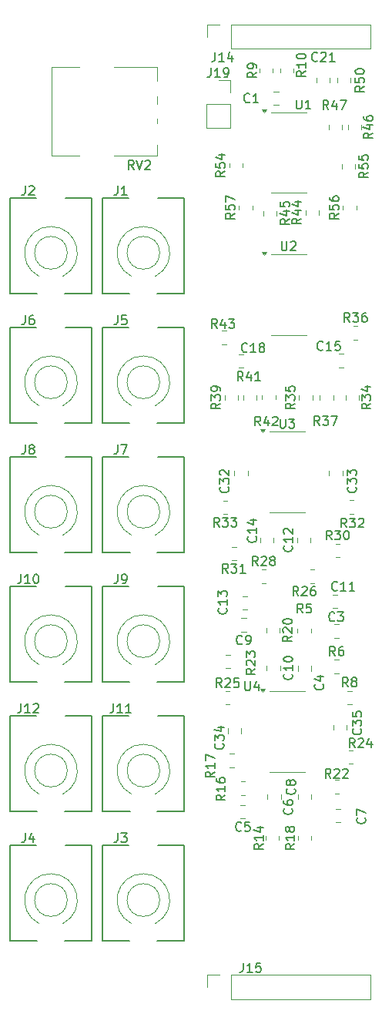
<source format=gbr>
%TF.GenerationSoftware,KiCad,Pcbnew,8.0.2*%
%TF.CreationDate,2025-05-20T09:10:07-07:00*%
%TF.ProjectId,ResEQ_Mini,52657345-515f-44d6-996e-692e6b696361,rev?*%
%TF.SameCoordinates,Original*%
%TF.FileFunction,Legend,Top*%
%TF.FilePolarity,Positive*%
%FSLAX46Y46*%
G04 Gerber Fmt 4.6, Leading zero omitted, Abs format (unit mm)*
G04 Created by KiCad (PCBNEW 8.0.2) date 2025-05-20 09:10:07*
%MOMM*%
%LPD*%
G01*
G04 APERTURE LIST*
%ADD10C,0.150000*%
%ADD11C,0.120000*%
%ADD12C,0.200000*%
G04 APERTURE END LIST*
D10*
X149507676Y-41568019D02*
X149507676Y-42282304D01*
X149507676Y-42282304D02*
X149460057Y-42425161D01*
X149460057Y-42425161D02*
X149364819Y-42520400D01*
X149364819Y-42520400D02*
X149221962Y-42568019D01*
X149221962Y-42568019D02*
X149126724Y-42568019D01*
X150507676Y-42568019D02*
X149936248Y-42568019D01*
X150221962Y-42568019D02*
X150221962Y-41568019D01*
X150221962Y-41568019D02*
X150126724Y-41710876D01*
X150126724Y-41710876D02*
X150031486Y-41806114D01*
X150031486Y-41806114D02*
X149936248Y-41853733D01*
X151364819Y-41901352D02*
X151364819Y-42568019D01*
X151126724Y-41520400D02*
X150888629Y-42234685D01*
X150888629Y-42234685D02*
X151507676Y-42234685D01*
X152569942Y-77670819D02*
X152236609Y-77194628D01*
X151998514Y-77670819D02*
X151998514Y-76670819D01*
X151998514Y-76670819D02*
X152379466Y-76670819D01*
X152379466Y-76670819D02*
X152474704Y-76718438D01*
X152474704Y-76718438D02*
X152522323Y-76766057D01*
X152522323Y-76766057D02*
X152569942Y-76861295D01*
X152569942Y-76861295D02*
X152569942Y-77004152D01*
X152569942Y-77004152D02*
X152522323Y-77099390D01*
X152522323Y-77099390D02*
X152474704Y-77147009D01*
X152474704Y-77147009D02*
X152379466Y-77194628D01*
X152379466Y-77194628D02*
X151998514Y-77194628D01*
X153427085Y-77004152D02*
X153427085Y-77670819D01*
X153188990Y-76623200D02*
X152950895Y-77337485D01*
X152950895Y-77337485D02*
X153569942Y-77337485D01*
X154474704Y-77670819D02*
X153903276Y-77670819D01*
X154188990Y-77670819D02*
X154188990Y-76670819D01*
X154188990Y-76670819D02*
X154093752Y-76813676D01*
X154093752Y-76813676D02*
X153998514Y-76908914D01*
X153998514Y-76908914D02*
X153903276Y-76956533D01*
X158266019Y-80144857D02*
X157789828Y-80478190D01*
X158266019Y-80716285D02*
X157266019Y-80716285D01*
X157266019Y-80716285D02*
X157266019Y-80335333D01*
X157266019Y-80335333D02*
X157313638Y-80240095D01*
X157313638Y-80240095D02*
X157361257Y-80192476D01*
X157361257Y-80192476D02*
X157456495Y-80144857D01*
X157456495Y-80144857D02*
X157599352Y-80144857D01*
X157599352Y-80144857D02*
X157694590Y-80192476D01*
X157694590Y-80192476D02*
X157742209Y-80240095D01*
X157742209Y-80240095D02*
X157789828Y-80335333D01*
X157789828Y-80335333D02*
X157789828Y-80716285D01*
X157266019Y-79811523D02*
X157266019Y-79192476D01*
X157266019Y-79192476D02*
X157646971Y-79525809D01*
X157646971Y-79525809D02*
X157646971Y-79382952D01*
X157646971Y-79382952D02*
X157694590Y-79287714D01*
X157694590Y-79287714D02*
X157742209Y-79240095D01*
X157742209Y-79240095D02*
X157837447Y-79192476D01*
X157837447Y-79192476D02*
X158075542Y-79192476D01*
X158075542Y-79192476D02*
X158170780Y-79240095D01*
X158170780Y-79240095D02*
X158218400Y-79287714D01*
X158218400Y-79287714D02*
X158266019Y-79382952D01*
X158266019Y-79382952D02*
X158266019Y-79668666D01*
X158266019Y-79668666D02*
X158218400Y-79763904D01*
X158218400Y-79763904D02*
X158170780Y-79811523D01*
X157266019Y-78287714D02*
X157266019Y-78763904D01*
X157266019Y-78763904D02*
X157742209Y-78811523D01*
X157742209Y-78811523D02*
X157694590Y-78763904D01*
X157694590Y-78763904D02*
X157646971Y-78668666D01*
X157646971Y-78668666D02*
X157646971Y-78430571D01*
X157646971Y-78430571D02*
X157694590Y-78335333D01*
X157694590Y-78335333D02*
X157742209Y-78287714D01*
X157742209Y-78287714D02*
X157837447Y-78240095D01*
X157837447Y-78240095D02*
X158075542Y-78240095D01*
X158075542Y-78240095D02*
X158170780Y-78287714D01*
X158170780Y-78287714D02*
X158218400Y-78335333D01*
X158218400Y-78335333D02*
X158266019Y-78430571D01*
X158266019Y-78430571D02*
X158266019Y-78668666D01*
X158266019Y-78668666D02*
X158218400Y-78763904D01*
X158218400Y-78763904D02*
X158170780Y-78811523D01*
X154195542Y-97966419D02*
X153862209Y-97490228D01*
X153624114Y-97966419D02*
X153624114Y-96966419D01*
X153624114Y-96966419D02*
X154005066Y-96966419D01*
X154005066Y-96966419D02*
X154100304Y-97014038D01*
X154100304Y-97014038D02*
X154147923Y-97061657D01*
X154147923Y-97061657D02*
X154195542Y-97156895D01*
X154195542Y-97156895D02*
X154195542Y-97299752D01*
X154195542Y-97299752D02*
X154147923Y-97394990D01*
X154147923Y-97394990D02*
X154100304Y-97442609D01*
X154100304Y-97442609D02*
X154005066Y-97490228D01*
X154005066Y-97490228D02*
X153624114Y-97490228D01*
X154576495Y-97061657D02*
X154624114Y-97014038D01*
X154624114Y-97014038D02*
X154719352Y-96966419D01*
X154719352Y-96966419D02*
X154957447Y-96966419D01*
X154957447Y-96966419D02*
X155052685Y-97014038D01*
X155052685Y-97014038D02*
X155100304Y-97061657D01*
X155100304Y-97061657D02*
X155147923Y-97156895D01*
X155147923Y-97156895D02*
X155147923Y-97252133D01*
X155147923Y-97252133D02*
X155100304Y-97394990D01*
X155100304Y-97394990D02*
X154528876Y-97966419D01*
X154528876Y-97966419D02*
X155147923Y-97966419D01*
X155719352Y-97394990D02*
X155624114Y-97347371D01*
X155624114Y-97347371D02*
X155576495Y-97299752D01*
X155576495Y-97299752D02*
X155528876Y-97204514D01*
X155528876Y-97204514D02*
X155528876Y-97156895D01*
X155528876Y-97156895D02*
X155576495Y-97061657D01*
X155576495Y-97061657D02*
X155624114Y-97014038D01*
X155624114Y-97014038D02*
X155719352Y-96966419D01*
X155719352Y-96966419D02*
X155909828Y-96966419D01*
X155909828Y-96966419D02*
X156005066Y-97014038D01*
X156005066Y-97014038D02*
X156052685Y-97061657D01*
X156052685Y-97061657D02*
X156100304Y-97156895D01*
X156100304Y-97156895D02*
X156100304Y-97204514D01*
X156100304Y-97204514D02*
X156052685Y-97299752D01*
X156052685Y-97299752D02*
X156005066Y-97347371D01*
X156005066Y-97347371D02*
X155909828Y-97394990D01*
X155909828Y-97394990D02*
X155719352Y-97394990D01*
X155719352Y-97394990D02*
X155624114Y-97442609D01*
X155624114Y-97442609D02*
X155576495Y-97490228D01*
X155576495Y-97490228D02*
X155528876Y-97585466D01*
X155528876Y-97585466D02*
X155528876Y-97775942D01*
X155528876Y-97775942D02*
X155576495Y-97871180D01*
X155576495Y-97871180D02*
X155624114Y-97918800D01*
X155624114Y-97918800D02*
X155719352Y-97966419D01*
X155719352Y-97966419D02*
X155909828Y-97966419D01*
X155909828Y-97966419D02*
X156005066Y-97918800D01*
X156005066Y-97918800D02*
X156052685Y-97871180D01*
X156052685Y-97871180D02*
X156100304Y-97775942D01*
X156100304Y-97775942D02*
X156100304Y-97585466D01*
X156100304Y-97585466D02*
X156052685Y-97490228D01*
X156052685Y-97490228D02*
X156005066Y-97442609D01*
X156005066Y-97442609D02*
X155909828Y-97394990D01*
X138790711Y-56256416D02*
X138790711Y-56970701D01*
X138790711Y-56970701D02*
X138743092Y-57113558D01*
X138743092Y-57113558D02*
X138647854Y-57208797D01*
X138647854Y-57208797D02*
X138504997Y-57256416D01*
X138504997Y-57256416D02*
X138409759Y-57256416D01*
X139790711Y-57256416D02*
X139219283Y-57256416D01*
X139504997Y-57256416D02*
X139504997Y-56256416D01*
X139504997Y-56256416D02*
X139409759Y-56399273D01*
X139409759Y-56399273D02*
X139314521Y-56494511D01*
X139314521Y-56494511D02*
X139219283Y-56542130D01*
X164863542Y-117955219D02*
X164530209Y-117479028D01*
X164292114Y-117955219D02*
X164292114Y-116955219D01*
X164292114Y-116955219D02*
X164673066Y-116955219D01*
X164673066Y-116955219D02*
X164768304Y-117002838D01*
X164768304Y-117002838D02*
X164815923Y-117050457D01*
X164815923Y-117050457D02*
X164863542Y-117145695D01*
X164863542Y-117145695D02*
X164863542Y-117288552D01*
X164863542Y-117288552D02*
X164815923Y-117383790D01*
X164815923Y-117383790D02*
X164768304Y-117431409D01*
X164768304Y-117431409D02*
X164673066Y-117479028D01*
X164673066Y-117479028D02*
X164292114Y-117479028D01*
X165244495Y-117050457D02*
X165292114Y-117002838D01*
X165292114Y-117002838D02*
X165387352Y-116955219D01*
X165387352Y-116955219D02*
X165625447Y-116955219D01*
X165625447Y-116955219D02*
X165720685Y-117002838D01*
X165720685Y-117002838D02*
X165768304Y-117050457D01*
X165768304Y-117050457D02*
X165815923Y-117145695D01*
X165815923Y-117145695D02*
X165815923Y-117240933D01*
X165815923Y-117240933D02*
X165768304Y-117383790D01*
X165768304Y-117383790D02*
X165196876Y-117955219D01*
X165196876Y-117955219D02*
X165815923Y-117955219D01*
X166673066Y-117288552D02*
X166673066Y-117955219D01*
X166434971Y-116907600D02*
X166196876Y-117621885D01*
X166196876Y-117621885D02*
X166815923Y-117621885D01*
X152606476Y-141644019D02*
X152606476Y-142358304D01*
X152606476Y-142358304D02*
X152558857Y-142501161D01*
X152558857Y-142501161D02*
X152463619Y-142596400D01*
X152463619Y-142596400D02*
X152320762Y-142644019D01*
X152320762Y-142644019D02*
X152225524Y-142644019D01*
X153606476Y-142644019D02*
X153035048Y-142644019D01*
X153320762Y-142644019D02*
X153320762Y-141644019D01*
X153320762Y-141644019D02*
X153225524Y-141786876D01*
X153225524Y-141786876D02*
X153130286Y-141882114D01*
X153130286Y-141882114D02*
X153035048Y-141929733D01*
X154511238Y-141644019D02*
X154035048Y-141644019D01*
X154035048Y-141644019D02*
X153987429Y-142120209D01*
X153987429Y-142120209D02*
X154035048Y-142072590D01*
X154035048Y-142072590D02*
X154130286Y-142024971D01*
X154130286Y-142024971D02*
X154368381Y-142024971D01*
X154368381Y-142024971D02*
X154463619Y-142072590D01*
X154463619Y-142072590D02*
X154511238Y-142120209D01*
X154511238Y-142120209D02*
X154558857Y-142215447D01*
X154558857Y-142215447D02*
X154558857Y-142453542D01*
X154558857Y-142453542D02*
X154511238Y-142548780D01*
X154511238Y-142548780D02*
X154463619Y-142596400D01*
X154463619Y-142596400D02*
X154368381Y-142644019D01*
X154368381Y-142644019D02*
X154130286Y-142644019D01*
X154130286Y-142644019D02*
X154035048Y-142596400D01*
X154035048Y-142596400D02*
X153987429Y-142548780D01*
X159458819Y-43619657D02*
X158982628Y-43952990D01*
X159458819Y-44191085D02*
X158458819Y-44191085D01*
X158458819Y-44191085D02*
X158458819Y-43810133D01*
X158458819Y-43810133D02*
X158506438Y-43714895D01*
X158506438Y-43714895D02*
X158554057Y-43667276D01*
X158554057Y-43667276D02*
X158649295Y-43619657D01*
X158649295Y-43619657D02*
X158792152Y-43619657D01*
X158792152Y-43619657D02*
X158887390Y-43667276D01*
X158887390Y-43667276D02*
X158935009Y-43714895D01*
X158935009Y-43714895D02*
X158982628Y-43810133D01*
X158982628Y-43810133D02*
X158982628Y-44191085D01*
X159458819Y-42667276D02*
X159458819Y-43238704D01*
X159458819Y-42952990D02*
X158458819Y-42952990D01*
X158458819Y-42952990D02*
X158601676Y-43048228D01*
X158601676Y-43048228D02*
X158696914Y-43143466D01*
X158696914Y-43143466D02*
X158744533Y-43238704D01*
X158458819Y-42048228D02*
X158458819Y-41952990D01*
X158458819Y-41952990D02*
X158506438Y-41857752D01*
X158506438Y-41857752D02*
X158554057Y-41810133D01*
X158554057Y-41810133D02*
X158649295Y-41762514D01*
X158649295Y-41762514D02*
X158839771Y-41714895D01*
X158839771Y-41714895D02*
X159077866Y-41714895D01*
X159077866Y-41714895D02*
X159268342Y-41762514D01*
X159268342Y-41762514D02*
X159363580Y-41810133D01*
X159363580Y-41810133D02*
X159411200Y-41857752D01*
X159411200Y-41857752D02*
X159458819Y-41952990D01*
X159458819Y-41952990D02*
X159458819Y-42048228D01*
X159458819Y-42048228D02*
X159411200Y-42143466D01*
X159411200Y-42143466D02*
X159363580Y-42191085D01*
X159363580Y-42191085D02*
X159268342Y-42238704D01*
X159268342Y-42238704D02*
X159077866Y-42286323D01*
X159077866Y-42286323D02*
X158839771Y-42286323D01*
X158839771Y-42286323D02*
X158649295Y-42238704D01*
X158649295Y-42238704D02*
X158554057Y-42191085D01*
X158554057Y-42191085D02*
X158506438Y-42143466D01*
X158506438Y-42143466D02*
X158458819Y-42048228D01*
X161002742Y-82547619D02*
X160669409Y-82071428D01*
X160431314Y-82547619D02*
X160431314Y-81547619D01*
X160431314Y-81547619D02*
X160812266Y-81547619D01*
X160812266Y-81547619D02*
X160907504Y-81595238D01*
X160907504Y-81595238D02*
X160955123Y-81642857D01*
X160955123Y-81642857D02*
X161002742Y-81738095D01*
X161002742Y-81738095D02*
X161002742Y-81880952D01*
X161002742Y-81880952D02*
X160955123Y-81976190D01*
X160955123Y-81976190D02*
X160907504Y-82023809D01*
X160907504Y-82023809D02*
X160812266Y-82071428D01*
X160812266Y-82071428D02*
X160431314Y-82071428D01*
X161336076Y-81547619D02*
X161955123Y-81547619D01*
X161955123Y-81547619D02*
X161621790Y-81928571D01*
X161621790Y-81928571D02*
X161764647Y-81928571D01*
X161764647Y-81928571D02*
X161859885Y-81976190D01*
X161859885Y-81976190D02*
X161907504Y-82023809D01*
X161907504Y-82023809D02*
X161955123Y-82119047D01*
X161955123Y-82119047D02*
X161955123Y-82357142D01*
X161955123Y-82357142D02*
X161907504Y-82452380D01*
X161907504Y-82452380D02*
X161859885Y-82500000D01*
X161859885Y-82500000D02*
X161764647Y-82547619D01*
X161764647Y-82547619D02*
X161478933Y-82547619D01*
X161478933Y-82547619D02*
X161383695Y-82500000D01*
X161383695Y-82500000D02*
X161336076Y-82452380D01*
X162288457Y-81547619D02*
X162955123Y-81547619D01*
X162955123Y-81547619D02*
X162526552Y-82547619D01*
X158977219Y-59824857D02*
X158501028Y-60158190D01*
X158977219Y-60396285D02*
X157977219Y-60396285D01*
X157977219Y-60396285D02*
X157977219Y-60015333D01*
X157977219Y-60015333D02*
X158024838Y-59920095D01*
X158024838Y-59920095D02*
X158072457Y-59872476D01*
X158072457Y-59872476D02*
X158167695Y-59824857D01*
X158167695Y-59824857D02*
X158310552Y-59824857D01*
X158310552Y-59824857D02*
X158405790Y-59872476D01*
X158405790Y-59872476D02*
X158453409Y-59920095D01*
X158453409Y-59920095D02*
X158501028Y-60015333D01*
X158501028Y-60015333D02*
X158501028Y-60396285D01*
X158310552Y-58967714D02*
X158977219Y-58967714D01*
X157929600Y-59205809D02*
X158643885Y-59443904D01*
X158643885Y-59443904D02*
X158643885Y-58824857D01*
X158310552Y-58015333D02*
X158977219Y-58015333D01*
X157929600Y-58253428D02*
X158643885Y-58491523D01*
X158643885Y-58491523D02*
X158643885Y-57872476D01*
X138790711Y-127376388D02*
X138790711Y-128090673D01*
X138790711Y-128090673D02*
X138743092Y-128233530D01*
X138743092Y-128233530D02*
X138647854Y-128328769D01*
X138647854Y-128328769D02*
X138504997Y-128376388D01*
X138504997Y-128376388D02*
X138409759Y-128376388D01*
X139171664Y-127376388D02*
X139790711Y-127376388D01*
X139790711Y-127376388D02*
X139457378Y-127757340D01*
X139457378Y-127757340D02*
X139600235Y-127757340D01*
X139600235Y-127757340D02*
X139695473Y-127804959D01*
X139695473Y-127804959D02*
X139743092Y-127852578D01*
X139743092Y-127852578D02*
X139790711Y-127947816D01*
X139790711Y-127947816D02*
X139790711Y-128185911D01*
X139790711Y-128185911D02*
X139743092Y-128281149D01*
X139743092Y-128281149D02*
X139695473Y-128328769D01*
X139695473Y-128328769D02*
X139600235Y-128376388D01*
X139600235Y-128376388D02*
X139314521Y-128376388D01*
X139314521Y-128376388D02*
X139219283Y-128328769D01*
X139219283Y-128328769D02*
X139171664Y-128281149D01*
X164951580Y-89339657D02*
X164999200Y-89387276D01*
X164999200Y-89387276D02*
X165046819Y-89530133D01*
X165046819Y-89530133D02*
X165046819Y-89625371D01*
X165046819Y-89625371D02*
X164999200Y-89768228D01*
X164999200Y-89768228D02*
X164903961Y-89863466D01*
X164903961Y-89863466D02*
X164808723Y-89911085D01*
X164808723Y-89911085D02*
X164618247Y-89958704D01*
X164618247Y-89958704D02*
X164475390Y-89958704D01*
X164475390Y-89958704D02*
X164284914Y-89911085D01*
X164284914Y-89911085D02*
X164189676Y-89863466D01*
X164189676Y-89863466D02*
X164094438Y-89768228D01*
X164094438Y-89768228D02*
X164046819Y-89625371D01*
X164046819Y-89625371D02*
X164046819Y-89530133D01*
X164046819Y-89530133D02*
X164094438Y-89387276D01*
X164094438Y-89387276D02*
X164142057Y-89339657D01*
X164046819Y-89006323D02*
X164046819Y-88387276D01*
X164046819Y-88387276D02*
X164427771Y-88720609D01*
X164427771Y-88720609D02*
X164427771Y-88577752D01*
X164427771Y-88577752D02*
X164475390Y-88482514D01*
X164475390Y-88482514D02*
X164523009Y-88434895D01*
X164523009Y-88434895D02*
X164618247Y-88387276D01*
X164618247Y-88387276D02*
X164856342Y-88387276D01*
X164856342Y-88387276D02*
X164951580Y-88434895D01*
X164951580Y-88434895D02*
X164999200Y-88482514D01*
X164999200Y-88482514D02*
X165046819Y-88577752D01*
X165046819Y-88577752D02*
X165046819Y-88863466D01*
X165046819Y-88863466D02*
X164999200Y-88958704D01*
X164999200Y-88958704D02*
X164951580Y-89006323D01*
X164046819Y-88053942D02*
X164046819Y-87434895D01*
X164046819Y-87434895D02*
X164427771Y-87768228D01*
X164427771Y-87768228D02*
X164427771Y-87625371D01*
X164427771Y-87625371D02*
X164475390Y-87530133D01*
X164475390Y-87530133D02*
X164523009Y-87482514D01*
X164523009Y-87482514D02*
X164618247Y-87434895D01*
X164618247Y-87434895D02*
X164856342Y-87434895D01*
X164856342Y-87434895D02*
X164951580Y-87482514D01*
X164951580Y-87482514D02*
X164999200Y-87530133D01*
X164999200Y-87530133D02*
X165046819Y-87625371D01*
X165046819Y-87625371D02*
X165046819Y-87911085D01*
X165046819Y-87911085D02*
X164999200Y-88006323D01*
X164999200Y-88006323D02*
X164951580Y-88053942D01*
X156667295Y-81855619D02*
X156667295Y-82665142D01*
X156667295Y-82665142D02*
X156714914Y-82760380D01*
X156714914Y-82760380D02*
X156762533Y-82808000D01*
X156762533Y-82808000D02*
X156857771Y-82855619D01*
X156857771Y-82855619D02*
X157048247Y-82855619D01*
X157048247Y-82855619D02*
X157143485Y-82808000D01*
X157143485Y-82808000D02*
X157191104Y-82760380D01*
X157191104Y-82760380D02*
X157238723Y-82665142D01*
X157238723Y-82665142D02*
X157238723Y-81855619D01*
X157619676Y-81855619D02*
X158238723Y-81855619D01*
X158238723Y-81855619D02*
X157905390Y-82236571D01*
X157905390Y-82236571D02*
X158048247Y-82236571D01*
X158048247Y-82236571D02*
X158143485Y-82284190D01*
X158143485Y-82284190D02*
X158191104Y-82331809D01*
X158191104Y-82331809D02*
X158238723Y-82427047D01*
X158238723Y-82427047D02*
X158238723Y-82665142D01*
X158238723Y-82665142D02*
X158191104Y-82760380D01*
X158191104Y-82760380D02*
X158143485Y-82808000D01*
X158143485Y-82808000D02*
X158048247Y-82855619D01*
X158048247Y-82855619D02*
X157762533Y-82855619D01*
X157762533Y-82855619D02*
X157667295Y-82808000D01*
X157667295Y-82808000D02*
X157619676Y-82760380D01*
X158445295Y-46800419D02*
X158445295Y-47609942D01*
X158445295Y-47609942D02*
X158492914Y-47705180D01*
X158492914Y-47705180D02*
X158540533Y-47752800D01*
X158540533Y-47752800D02*
X158635771Y-47800419D01*
X158635771Y-47800419D02*
X158826247Y-47800419D01*
X158826247Y-47800419D02*
X158921485Y-47752800D01*
X158921485Y-47752800D02*
X158969104Y-47705180D01*
X158969104Y-47705180D02*
X159016723Y-47609942D01*
X159016723Y-47609942D02*
X159016723Y-46800419D01*
X160016723Y-47800419D02*
X159445295Y-47800419D01*
X159731009Y-47800419D02*
X159731009Y-46800419D01*
X159731009Y-46800419D02*
X159635771Y-46943276D01*
X159635771Y-46943276D02*
X159540533Y-47038514D01*
X159540533Y-47038514D02*
X159445295Y-47086133D01*
X166316819Y-54744857D02*
X165840628Y-55078190D01*
X166316819Y-55316285D02*
X165316819Y-55316285D01*
X165316819Y-55316285D02*
X165316819Y-54935333D01*
X165316819Y-54935333D02*
X165364438Y-54840095D01*
X165364438Y-54840095D02*
X165412057Y-54792476D01*
X165412057Y-54792476D02*
X165507295Y-54744857D01*
X165507295Y-54744857D02*
X165650152Y-54744857D01*
X165650152Y-54744857D02*
X165745390Y-54792476D01*
X165745390Y-54792476D02*
X165793009Y-54840095D01*
X165793009Y-54840095D02*
X165840628Y-54935333D01*
X165840628Y-54935333D02*
X165840628Y-55316285D01*
X165316819Y-53840095D02*
X165316819Y-54316285D01*
X165316819Y-54316285D02*
X165793009Y-54363904D01*
X165793009Y-54363904D02*
X165745390Y-54316285D01*
X165745390Y-54316285D02*
X165697771Y-54221047D01*
X165697771Y-54221047D02*
X165697771Y-53982952D01*
X165697771Y-53982952D02*
X165745390Y-53887714D01*
X165745390Y-53887714D02*
X165793009Y-53840095D01*
X165793009Y-53840095D02*
X165888247Y-53792476D01*
X165888247Y-53792476D02*
X166126342Y-53792476D01*
X166126342Y-53792476D02*
X166221580Y-53840095D01*
X166221580Y-53840095D02*
X166269200Y-53887714D01*
X166269200Y-53887714D02*
X166316819Y-53982952D01*
X166316819Y-53982952D02*
X166316819Y-54221047D01*
X166316819Y-54221047D02*
X166269200Y-54316285D01*
X166269200Y-54316285D02*
X166221580Y-54363904D01*
X165316819Y-52887714D02*
X165316819Y-53363904D01*
X165316819Y-53363904D02*
X165793009Y-53411523D01*
X165793009Y-53411523D02*
X165745390Y-53363904D01*
X165745390Y-53363904D02*
X165697771Y-53268666D01*
X165697771Y-53268666D02*
X165697771Y-53030571D01*
X165697771Y-53030571D02*
X165745390Y-52935333D01*
X165745390Y-52935333D02*
X165793009Y-52887714D01*
X165793009Y-52887714D02*
X165888247Y-52840095D01*
X165888247Y-52840095D02*
X166126342Y-52840095D01*
X166126342Y-52840095D02*
X166221580Y-52887714D01*
X166221580Y-52887714D02*
X166269200Y-52935333D01*
X166269200Y-52935333D02*
X166316819Y-53030571D01*
X166316819Y-53030571D02*
X166316819Y-53268666D01*
X166316819Y-53268666D02*
X166269200Y-53363904D01*
X166269200Y-53363904D02*
X166221580Y-53411523D01*
X150930780Y-89339657D02*
X150978400Y-89387276D01*
X150978400Y-89387276D02*
X151026019Y-89530133D01*
X151026019Y-89530133D02*
X151026019Y-89625371D01*
X151026019Y-89625371D02*
X150978400Y-89768228D01*
X150978400Y-89768228D02*
X150883161Y-89863466D01*
X150883161Y-89863466D02*
X150787923Y-89911085D01*
X150787923Y-89911085D02*
X150597447Y-89958704D01*
X150597447Y-89958704D02*
X150454590Y-89958704D01*
X150454590Y-89958704D02*
X150264114Y-89911085D01*
X150264114Y-89911085D02*
X150168876Y-89863466D01*
X150168876Y-89863466D02*
X150073638Y-89768228D01*
X150073638Y-89768228D02*
X150026019Y-89625371D01*
X150026019Y-89625371D02*
X150026019Y-89530133D01*
X150026019Y-89530133D02*
X150073638Y-89387276D01*
X150073638Y-89387276D02*
X150121257Y-89339657D01*
X150026019Y-89006323D02*
X150026019Y-88387276D01*
X150026019Y-88387276D02*
X150406971Y-88720609D01*
X150406971Y-88720609D02*
X150406971Y-88577752D01*
X150406971Y-88577752D02*
X150454590Y-88482514D01*
X150454590Y-88482514D02*
X150502209Y-88434895D01*
X150502209Y-88434895D02*
X150597447Y-88387276D01*
X150597447Y-88387276D02*
X150835542Y-88387276D01*
X150835542Y-88387276D02*
X150930780Y-88434895D01*
X150930780Y-88434895D02*
X150978400Y-88482514D01*
X150978400Y-88482514D02*
X151026019Y-88577752D01*
X151026019Y-88577752D02*
X151026019Y-88863466D01*
X151026019Y-88863466D02*
X150978400Y-88958704D01*
X150978400Y-88958704D02*
X150930780Y-89006323D01*
X150121257Y-88006323D02*
X150073638Y-87958704D01*
X150073638Y-87958704D02*
X150026019Y-87863466D01*
X150026019Y-87863466D02*
X150026019Y-87625371D01*
X150026019Y-87625371D02*
X150073638Y-87530133D01*
X150073638Y-87530133D02*
X150121257Y-87482514D01*
X150121257Y-87482514D02*
X150216495Y-87434895D01*
X150216495Y-87434895D02*
X150311733Y-87434895D01*
X150311733Y-87434895D02*
X150454590Y-87482514D01*
X150454590Y-87482514D02*
X151026019Y-88053942D01*
X151026019Y-88053942D02*
X151026019Y-87434895D01*
X163092019Y-59266057D02*
X162615828Y-59599390D01*
X163092019Y-59837485D02*
X162092019Y-59837485D01*
X162092019Y-59837485D02*
X162092019Y-59456533D01*
X162092019Y-59456533D02*
X162139638Y-59361295D01*
X162139638Y-59361295D02*
X162187257Y-59313676D01*
X162187257Y-59313676D02*
X162282495Y-59266057D01*
X162282495Y-59266057D02*
X162425352Y-59266057D01*
X162425352Y-59266057D02*
X162520590Y-59313676D01*
X162520590Y-59313676D02*
X162568209Y-59361295D01*
X162568209Y-59361295D02*
X162615828Y-59456533D01*
X162615828Y-59456533D02*
X162615828Y-59837485D01*
X162092019Y-58361295D02*
X162092019Y-58837485D01*
X162092019Y-58837485D02*
X162568209Y-58885104D01*
X162568209Y-58885104D02*
X162520590Y-58837485D01*
X162520590Y-58837485D02*
X162472971Y-58742247D01*
X162472971Y-58742247D02*
X162472971Y-58504152D01*
X162472971Y-58504152D02*
X162520590Y-58408914D01*
X162520590Y-58408914D02*
X162568209Y-58361295D01*
X162568209Y-58361295D02*
X162663447Y-58313676D01*
X162663447Y-58313676D02*
X162901542Y-58313676D01*
X162901542Y-58313676D02*
X162996780Y-58361295D01*
X162996780Y-58361295D02*
X163044400Y-58408914D01*
X163044400Y-58408914D02*
X163092019Y-58504152D01*
X163092019Y-58504152D02*
X163092019Y-58742247D01*
X163092019Y-58742247D02*
X163044400Y-58837485D01*
X163044400Y-58837485D02*
X162996780Y-58885104D01*
X162092019Y-57456533D02*
X162092019Y-57647009D01*
X162092019Y-57647009D02*
X162139638Y-57742247D01*
X162139638Y-57742247D02*
X162187257Y-57789866D01*
X162187257Y-57789866D02*
X162330114Y-57885104D01*
X162330114Y-57885104D02*
X162520590Y-57932723D01*
X162520590Y-57932723D02*
X162901542Y-57932723D01*
X162901542Y-57932723D02*
X162996780Y-57885104D01*
X162996780Y-57885104D02*
X163044400Y-57837485D01*
X163044400Y-57837485D02*
X163092019Y-57742247D01*
X163092019Y-57742247D02*
X163092019Y-57551771D01*
X163092019Y-57551771D02*
X163044400Y-57456533D01*
X163044400Y-57456533D02*
X162996780Y-57408914D01*
X162996780Y-57408914D02*
X162901542Y-57361295D01*
X162901542Y-57361295D02*
X162663447Y-57361295D01*
X162663447Y-57361295D02*
X162568209Y-57408914D01*
X162568209Y-57408914D02*
X162520590Y-57456533D01*
X162520590Y-57456533D02*
X162472971Y-57551771D01*
X162472971Y-57551771D02*
X162472971Y-57742247D01*
X162472971Y-57742247D02*
X162520590Y-57837485D01*
X162520590Y-57837485D02*
X162568209Y-57885104D01*
X162568209Y-57885104D02*
X162663447Y-57932723D01*
X153027142Y-74425980D02*
X152979523Y-74473600D01*
X152979523Y-74473600D02*
X152836666Y-74521219D01*
X152836666Y-74521219D02*
X152741428Y-74521219D01*
X152741428Y-74521219D02*
X152598571Y-74473600D01*
X152598571Y-74473600D02*
X152503333Y-74378361D01*
X152503333Y-74378361D02*
X152455714Y-74283123D01*
X152455714Y-74283123D02*
X152408095Y-74092647D01*
X152408095Y-74092647D02*
X152408095Y-73949790D01*
X152408095Y-73949790D02*
X152455714Y-73759314D01*
X152455714Y-73759314D02*
X152503333Y-73664076D01*
X152503333Y-73664076D02*
X152598571Y-73568838D01*
X152598571Y-73568838D02*
X152741428Y-73521219D01*
X152741428Y-73521219D02*
X152836666Y-73521219D01*
X152836666Y-73521219D02*
X152979523Y-73568838D01*
X152979523Y-73568838D02*
X153027142Y-73616457D01*
X153979523Y-74521219D02*
X153408095Y-74521219D01*
X153693809Y-74521219D02*
X153693809Y-73521219D01*
X153693809Y-73521219D02*
X153598571Y-73664076D01*
X153598571Y-73664076D02*
X153503333Y-73759314D01*
X153503333Y-73759314D02*
X153408095Y-73806933D01*
X154550952Y-73949790D02*
X154455714Y-73902171D01*
X154455714Y-73902171D02*
X154408095Y-73854552D01*
X154408095Y-73854552D02*
X154360476Y-73759314D01*
X154360476Y-73759314D02*
X154360476Y-73711695D01*
X154360476Y-73711695D02*
X154408095Y-73616457D01*
X154408095Y-73616457D02*
X154455714Y-73568838D01*
X154455714Y-73568838D02*
X154550952Y-73521219D01*
X154550952Y-73521219D02*
X154741428Y-73521219D01*
X154741428Y-73521219D02*
X154836666Y-73568838D01*
X154836666Y-73568838D02*
X154884285Y-73616457D01*
X154884285Y-73616457D02*
X154931904Y-73711695D01*
X154931904Y-73711695D02*
X154931904Y-73759314D01*
X154931904Y-73759314D02*
X154884285Y-73854552D01*
X154884285Y-73854552D02*
X154836666Y-73902171D01*
X154836666Y-73902171D02*
X154741428Y-73949790D01*
X154741428Y-73949790D02*
X154550952Y-73949790D01*
X154550952Y-73949790D02*
X154455714Y-73997409D01*
X154455714Y-73997409D02*
X154408095Y-74045028D01*
X154408095Y-74045028D02*
X154360476Y-74140266D01*
X154360476Y-74140266D02*
X154360476Y-74330742D01*
X154360476Y-74330742D02*
X154408095Y-74425980D01*
X154408095Y-74425980D02*
X154455714Y-74473600D01*
X154455714Y-74473600D02*
X154550952Y-74521219D01*
X154550952Y-74521219D02*
X154741428Y-74521219D01*
X154741428Y-74521219D02*
X154836666Y-74473600D01*
X154836666Y-74473600D02*
X154884285Y-74425980D01*
X154884285Y-74425980D02*
X154931904Y-74330742D01*
X154931904Y-74330742D02*
X154931904Y-74140266D01*
X154931904Y-74140266D02*
X154884285Y-74045028D01*
X154884285Y-74045028D02*
X154836666Y-73997409D01*
X154836666Y-73997409D02*
X154741428Y-73949790D01*
X140577961Y-54455219D02*
X140244628Y-53979028D01*
X140006533Y-54455219D02*
X140006533Y-53455219D01*
X140006533Y-53455219D02*
X140387485Y-53455219D01*
X140387485Y-53455219D02*
X140482723Y-53502838D01*
X140482723Y-53502838D02*
X140530342Y-53550457D01*
X140530342Y-53550457D02*
X140577961Y-53645695D01*
X140577961Y-53645695D02*
X140577961Y-53788552D01*
X140577961Y-53788552D02*
X140530342Y-53883790D01*
X140530342Y-53883790D02*
X140482723Y-53931409D01*
X140482723Y-53931409D02*
X140387485Y-53979028D01*
X140387485Y-53979028D02*
X140006533Y-53979028D01*
X140863676Y-53455219D02*
X141197009Y-54455219D01*
X141197009Y-54455219D02*
X141530342Y-53455219D01*
X141816057Y-53550457D02*
X141863676Y-53502838D01*
X141863676Y-53502838D02*
X141958914Y-53455219D01*
X141958914Y-53455219D02*
X142197009Y-53455219D01*
X142197009Y-53455219D02*
X142292247Y-53502838D01*
X142292247Y-53502838D02*
X142339866Y-53550457D01*
X142339866Y-53550457D02*
X142387485Y-53645695D01*
X142387485Y-53645695D02*
X142387485Y-53740933D01*
X142387485Y-53740933D02*
X142339866Y-53883790D01*
X142339866Y-53883790D02*
X141768438Y-54455219D01*
X141768438Y-54455219D02*
X142387485Y-54455219D01*
X128154525Y-98928402D02*
X128154525Y-99642687D01*
X128154525Y-99642687D02*
X128106906Y-99785544D01*
X128106906Y-99785544D02*
X128011668Y-99880783D01*
X128011668Y-99880783D02*
X127868811Y-99928402D01*
X127868811Y-99928402D02*
X127773573Y-99928402D01*
X129154525Y-99928402D02*
X128583097Y-99928402D01*
X128868811Y-99928402D02*
X128868811Y-98928402D01*
X128868811Y-98928402D02*
X128773573Y-99071259D01*
X128773573Y-99071259D02*
X128678335Y-99166497D01*
X128678335Y-99166497D02*
X128583097Y-99214116D01*
X129773573Y-98928402D02*
X129868811Y-98928402D01*
X129868811Y-98928402D02*
X129964049Y-98976021D01*
X129964049Y-98976021D02*
X130011668Y-99023640D01*
X130011668Y-99023640D02*
X130059287Y-99118878D01*
X130059287Y-99118878D02*
X130106906Y-99309354D01*
X130106906Y-99309354D02*
X130106906Y-99547449D01*
X130106906Y-99547449D02*
X130059287Y-99737925D01*
X130059287Y-99737925D02*
X130011668Y-99833163D01*
X130011668Y-99833163D02*
X129964049Y-99880783D01*
X129964049Y-99880783D02*
X129868811Y-99928402D01*
X129868811Y-99928402D02*
X129773573Y-99928402D01*
X129773573Y-99928402D02*
X129678335Y-99880783D01*
X129678335Y-99880783D02*
X129630716Y-99833163D01*
X129630716Y-99833163D02*
X129583097Y-99737925D01*
X129583097Y-99737925D02*
X129535478Y-99547449D01*
X129535478Y-99547449D02*
X129535478Y-99309354D01*
X129535478Y-99309354D02*
X129583097Y-99118878D01*
X129583097Y-99118878D02*
X129630716Y-99023640D01*
X129630716Y-99023640D02*
X129678335Y-98976021D01*
X129678335Y-98976021D02*
X129773573Y-98928402D01*
X166621619Y-80144857D02*
X166145428Y-80478190D01*
X166621619Y-80716285D02*
X165621619Y-80716285D01*
X165621619Y-80716285D02*
X165621619Y-80335333D01*
X165621619Y-80335333D02*
X165669238Y-80240095D01*
X165669238Y-80240095D02*
X165716857Y-80192476D01*
X165716857Y-80192476D02*
X165812095Y-80144857D01*
X165812095Y-80144857D02*
X165954952Y-80144857D01*
X165954952Y-80144857D02*
X166050190Y-80192476D01*
X166050190Y-80192476D02*
X166097809Y-80240095D01*
X166097809Y-80240095D02*
X166145428Y-80335333D01*
X166145428Y-80335333D02*
X166145428Y-80716285D01*
X165621619Y-79811523D02*
X165621619Y-79192476D01*
X165621619Y-79192476D02*
X166002571Y-79525809D01*
X166002571Y-79525809D02*
X166002571Y-79382952D01*
X166002571Y-79382952D02*
X166050190Y-79287714D01*
X166050190Y-79287714D02*
X166097809Y-79240095D01*
X166097809Y-79240095D02*
X166193047Y-79192476D01*
X166193047Y-79192476D02*
X166431142Y-79192476D01*
X166431142Y-79192476D02*
X166526380Y-79240095D01*
X166526380Y-79240095D02*
X166574000Y-79287714D01*
X166574000Y-79287714D02*
X166621619Y-79382952D01*
X166621619Y-79382952D02*
X166621619Y-79668666D01*
X166621619Y-79668666D02*
X166574000Y-79763904D01*
X166574000Y-79763904D02*
X166526380Y-79811523D01*
X165954952Y-78335333D02*
X166621619Y-78335333D01*
X165574000Y-78573428D02*
X166288285Y-78811523D01*
X166288285Y-78811523D02*
X166288285Y-78192476D01*
X154785219Y-128557257D02*
X154309028Y-128890590D01*
X154785219Y-129128685D02*
X153785219Y-129128685D01*
X153785219Y-129128685D02*
X153785219Y-128747733D01*
X153785219Y-128747733D02*
X153832838Y-128652495D01*
X153832838Y-128652495D02*
X153880457Y-128604876D01*
X153880457Y-128604876D02*
X153975695Y-128557257D01*
X153975695Y-128557257D02*
X154118552Y-128557257D01*
X154118552Y-128557257D02*
X154213790Y-128604876D01*
X154213790Y-128604876D02*
X154261409Y-128652495D01*
X154261409Y-128652495D02*
X154309028Y-128747733D01*
X154309028Y-128747733D02*
X154309028Y-129128685D01*
X154785219Y-127604876D02*
X154785219Y-128176304D01*
X154785219Y-127890590D02*
X153785219Y-127890590D01*
X153785219Y-127890590D02*
X153928076Y-127985828D01*
X153928076Y-127985828D02*
X154023314Y-128081066D01*
X154023314Y-128081066D02*
X154070933Y-128176304D01*
X154118552Y-126747733D02*
X154785219Y-126747733D01*
X153737600Y-126985828D02*
X154451885Y-127223923D01*
X154451885Y-127223923D02*
X154451885Y-126604876D01*
X154500342Y-82598419D02*
X154167009Y-82122228D01*
X153928914Y-82598419D02*
X153928914Y-81598419D01*
X153928914Y-81598419D02*
X154309866Y-81598419D01*
X154309866Y-81598419D02*
X154405104Y-81646038D01*
X154405104Y-81646038D02*
X154452723Y-81693657D01*
X154452723Y-81693657D02*
X154500342Y-81788895D01*
X154500342Y-81788895D02*
X154500342Y-81931752D01*
X154500342Y-81931752D02*
X154452723Y-82026990D01*
X154452723Y-82026990D02*
X154405104Y-82074609D01*
X154405104Y-82074609D02*
X154309866Y-82122228D01*
X154309866Y-82122228D02*
X153928914Y-82122228D01*
X155357485Y-81931752D02*
X155357485Y-82598419D01*
X155119390Y-81550800D02*
X154881295Y-82265085D01*
X154881295Y-82265085D02*
X155500342Y-82265085D01*
X155833676Y-81693657D02*
X155881295Y-81646038D01*
X155881295Y-81646038D02*
X155976533Y-81598419D01*
X155976533Y-81598419D02*
X156214628Y-81598419D01*
X156214628Y-81598419D02*
X156309866Y-81646038D01*
X156309866Y-81646038D02*
X156357485Y-81693657D01*
X156357485Y-81693657D02*
X156405104Y-81788895D01*
X156405104Y-81788895D02*
X156405104Y-81884133D01*
X156405104Y-81884133D02*
X156357485Y-82026990D01*
X156357485Y-82026990D02*
X155786057Y-82598419D01*
X155786057Y-82598419D02*
X156405104Y-82598419D01*
X138797066Y-84704419D02*
X138797066Y-85418704D01*
X138797066Y-85418704D02*
X138749447Y-85561561D01*
X138749447Y-85561561D02*
X138654209Y-85656800D01*
X138654209Y-85656800D02*
X138511352Y-85704419D01*
X138511352Y-85704419D02*
X138416114Y-85704419D01*
X139178019Y-84704419D02*
X139844685Y-84704419D01*
X139844685Y-84704419D02*
X139416114Y-85704419D01*
X138320876Y-113152419D02*
X138320876Y-113866704D01*
X138320876Y-113866704D02*
X138273257Y-114009561D01*
X138273257Y-114009561D02*
X138178019Y-114104800D01*
X138178019Y-114104800D02*
X138035162Y-114152419D01*
X138035162Y-114152419D02*
X137939924Y-114152419D01*
X139320876Y-114152419D02*
X138749448Y-114152419D01*
X139035162Y-114152419D02*
X139035162Y-113152419D01*
X139035162Y-113152419D02*
X138939924Y-113295276D01*
X138939924Y-113295276D02*
X138844686Y-113390514D01*
X138844686Y-113390514D02*
X138749448Y-113438133D01*
X140273257Y-114152419D02*
X139701829Y-114152419D01*
X139987543Y-114152419D02*
X139987543Y-113152419D01*
X139987543Y-113152419D02*
X139892305Y-113295276D01*
X139892305Y-113295276D02*
X139797067Y-113390514D01*
X139797067Y-113390514D02*
X139701829Y-113438133D01*
X150233142Y-111351219D02*
X149899809Y-110875028D01*
X149661714Y-111351219D02*
X149661714Y-110351219D01*
X149661714Y-110351219D02*
X150042666Y-110351219D01*
X150042666Y-110351219D02*
X150137904Y-110398838D01*
X150137904Y-110398838D02*
X150185523Y-110446457D01*
X150185523Y-110446457D02*
X150233142Y-110541695D01*
X150233142Y-110541695D02*
X150233142Y-110684552D01*
X150233142Y-110684552D02*
X150185523Y-110779790D01*
X150185523Y-110779790D02*
X150137904Y-110827409D01*
X150137904Y-110827409D02*
X150042666Y-110875028D01*
X150042666Y-110875028D02*
X149661714Y-110875028D01*
X150614095Y-110446457D02*
X150661714Y-110398838D01*
X150661714Y-110398838D02*
X150756952Y-110351219D01*
X150756952Y-110351219D02*
X150995047Y-110351219D01*
X150995047Y-110351219D02*
X151090285Y-110398838D01*
X151090285Y-110398838D02*
X151137904Y-110446457D01*
X151137904Y-110446457D02*
X151185523Y-110541695D01*
X151185523Y-110541695D02*
X151185523Y-110636933D01*
X151185523Y-110636933D02*
X151137904Y-110779790D01*
X151137904Y-110779790D02*
X150566476Y-111351219D01*
X150566476Y-111351219D02*
X151185523Y-111351219D01*
X152090285Y-110351219D02*
X151614095Y-110351219D01*
X151614095Y-110351219D02*
X151566476Y-110827409D01*
X151566476Y-110827409D02*
X151614095Y-110779790D01*
X151614095Y-110779790D02*
X151709333Y-110732171D01*
X151709333Y-110732171D02*
X151947428Y-110732171D01*
X151947428Y-110732171D02*
X152042666Y-110779790D01*
X152042666Y-110779790D02*
X152090285Y-110827409D01*
X152090285Y-110827409D02*
X152137904Y-110922647D01*
X152137904Y-110922647D02*
X152137904Y-111160742D01*
X152137904Y-111160742D02*
X152090285Y-111255980D01*
X152090285Y-111255980D02*
X152042666Y-111303600D01*
X152042666Y-111303600D02*
X151947428Y-111351219D01*
X151947428Y-111351219D02*
X151709333Y-111351219D01*
X151709333Y-111351219D02*
X151614095Y-111303600D01*
X151614095Y-111303600D02*
X151566476Y-111255980D01*
X159142133Y-103172419D02*
X158808800Y-102696228D01*
X158570705Y-103172419D02*
X158570705Y-102172419D01*
X158570705Y-102172419D02*
X158951657Y-102172419D01*
X158951657Y-102172419D02*
X159046895Y-102220038D01*
X159046895Y-102220038D02*
X159094514Y-102267657D01*
X159094514Y-102267657D02*
X159142133Y-102362895D01*
X159142133Y-102362895D02*
X159142133Y-102505752D01*
X159142133Y-102505752D02*
X159094514Y-102600990D01*
X159094514Y-102600990D02*
X159046895Y-102648609D01*
X159046895Y-102648609D02*
X158951657Y-102696228D01*
X158951657Y-102696228D02*
X158570705Y-102696228D01*
X160046895Y-102172419D02*
X159570705Y-102172419D01*
X159570705Y-102172419D02*
X159523086Y-102648609D01*
X159523086Y-102648609D02*
X159570705Y-102600990D01*
X159570705Y-102600990D02*
X159665943Y-102553371D01*
X159665943Y-102553371D02*
X159904038Y-102553371D01*
X159904038Y-102553371D02*
X159999276Y-102600990D01*
X159999276Y-102600990D02*
X160046895Y-102648609D01*
X160046895Y-102648609D02*
X160094514Y-102743847D01*
X160094514Y-102743847D02*
X160094514Y-102981942D01*
X160094514Y-102981942D02*
X160046895Y-103077180D01*
X160046895Y-103077180D02*
X159999276Y-103124800D01*
X159999276Y-103124800D02*
X159904038Y-103172419D01*
X159904038Y-103172419D02*
X159665943Y-103172419D01*
X159665943Y-103172419D02*
X159570705Y-103124800D01*
X159570705Y-103124800D02*
X159523086Y-103077180D01*
X165510380Y-115908057D02*
X165558000Y-115955676D01*
X165558000Y-115955676D02*
X165605619Y-116098533D01*
X165605619Y-116098533D02*
X165605619Y-116193771D01*
X165605619Y-116193771D02*
X165558000Y-116336628D01*
X165558000Y-116336628D02*
X165462761Y-116431866D01*
X165462761Y-116431866D02*
X165367523Y-116479485D01*
X165367523Y-116479485D02*
X165177047Y-116527104D01*
X165177047Y-116527104D02*
X165034190Y-116527104D01*
X165034190Y-116527104D02*
X164843714Y-116479485D01*
X164843714Y-116479485D02*
X164748476Y-116431866D01*
X164748476Y-116431866D02*
X164653238Y-116336628D01*
X164653238Y-116336628D02*
X164605619Y-116193771D01*
X164605619Y-116193771D02*
X164605619Y-116098533D01*
X164605619Y-116098533D02*
X164653238Y-115955676D01*
X164653238Y-115955676D02*
X164700857Y-115908057D01*
X164605619Y-115574723D02*
X164605619Y-114955676D01*
X164605619Y-114955676D02*
X164986571Y-115289009D01*
X164986571Y-115289009D02*
X164986571Y-115146152D01*
X164986571Y-115146152D02*
X165034190Y-115050914D01*
X165034190Y-115050914D02*
X165081809Y-115003295D01*
X165081809Y-115003295D02*
X165177047Y-114955676D01*
X165177047Y-114955676D02*
X165415142Y-114955676D01*
X165415142Y-114955676D02*
X165510380Y-115003295D01*
X165510380Y-115003295D02*
X165558000Y-115050914D01*
X165558000Y-115050914D02*
X165605619Y-115146152D01*
X165605619Y-115146152D02*
X165605619Y-115431866D01*
X165605619Y-115431866D02*
X165558000Y-115527104D01*
X165558000Y-115527104D02*
X165510380Y-115574723D01*
X164605619Y-114050914D02*
X164605619Y-114527104D01*
X164605619Y-114527104D02*
X165081809Y-114574723D01*
X165081809Y-114574723D02*
X165034190Y-114527104D01*
X165034190Y-114527104D02*
X164986571Y-114431866D01*
X164986571Y-114431866D02*
X164986571Y-114193771D01*
X164986571Y-114193771D02*
X165034190Y-114098533D01*
X165034190Y-114098533D02*
X165081809Y-114050914D01*
X165081809Y-114050914D02*
X165177047Y-114003295D01*
X165177047Y-114003295D02*
X165415142Y-114003295D01*
X165415142Y-114003295D02*
X165510380Y-114050914D01*
X165510380Y-114050914D02*
X165558000Y-114098533D01*
X165558000Y-114098533D02*
X165605619Y-114193771D01*
X165605619Y-114193771D02*
X165605619Y-114431866D01*
X165605619Y-114431866D02*
X165558000Y-114527104D01*
X165558000Y-114527104D02*
X165510380Y-114574723D01*
X157680819Y-59875657D02*
X157204628Y-60208990D01*
X157680819Y-60447085D02*
X156680819Y-60447085D01*
X156680819Y-60447085D02*
X156680819Y-60066133D01*
X156680819Y-60066133D02*
X156728438Y-59970895D01*
X156728438Y-59970895D02*
X156776057Y-59923276D01*
X156776057Y-59923276D02*
X156871295Y-59875657D01*
X156871295Y-59875657D02*
X157014152Y-59875657D01*
X157014152Y-59875657D02*
X157109390Y-59923276D01*
X157109390Y-59923276D02*
X157157009Y-59970895D01*
X157157009Y-59970895D02*
X157204628Y-60066133D01*
X157204628Y-60066133D02*
X157204628Y-60447085D01*
X157014152Y-59018514D02*
X157680819Y-59018514D01*
X156633200Y-59256609D02*
X157347485Y-59494704D01*
X157347485Y-59494704D02*
X157347485Y-58875657D01*
X156680819Y-58018514D02*
X156680819Y-58494704D01*
X156680819Y-58494704D02*
X157157009Y-58542323D01*
X157157009Y-58542323D02*
X157109390Y-58494704D01*
X157109390Y-58494704D02*
X157061771Y-58399466D01*
X157061771Y-58399466D02*
X157061771Y-58161371D01*
X157061771Y-58161371D02*
X157109390Y-58066133D01*
X157109390Y-58066133D02*
X157157009Y-58018514D01*
X157157009Y-58018514D02*
X157252247Y-57970895D01*
X157252247Y-57970895D02*
X157490342Y-57970895D01*
X157490342Y-57970895D02*
X157585580Y-58018514D01*
X157585580Y-58018514D02*
X157633200Y-58066133D01*
X157633200Y-58066133D02*
X157680819Y-58161371D01*
X157680819Y-58161371D02*
X157680819Y-58399466D01*
X157680819Y-58399466D02*
X157633200Y-58494704D01*
X157633200Y-58494704D02*
X157585580Y-58542323D01*
X153300133Y-46993980D02*
X153252514Y-47041600D01*
X153252514Y-47041600D02*
X153109657Y-47089219D01*
X153109657Y-47089219D02*
X153014419Y-47089219D01*
X153014419Y-47089219D02*
X152871562Y-47041600D01*
X152871562Y-47041600D02*
X152776324Y-46946361D01*
X152776324Y-46946361D02*
X152728705Y-46851123D01*
X152728705Y-46851123D02*
X152681086Y-46660647D01*
X152681086Y-46660647D02*
X152681086Y-46517790D01*
X152681086Y-46517790D02*
X152728705Y-46327314D01*
X152728705Y-46327314D02*
X152776324Y-46232076D01*
X152776324Y-46232076D02*
X152871562Y-46136838D01*
X152871562Y-46136838D02*
X153014419Y-46089219D01*
X153014419Y-46089219D02*
X153109657Y-46089219D01*
X153109657Y-46089219D02*
X153252514Y-46136838D01*
X153252514Y-46136838D02*
X153300133Y-46184457D01*
X154252514Y-47089219D02*
X153681086Y-47089219D01*
X153966800Y-47089219D02*
X153966800Y-46089219D01*
X153966800Y-46089219D02*
X153871562Y-46232076D01*
X153871562Y-46232076D02*
X153776324Y-46327314D01*
X153776324Y-46327314D02*
X153681086Y-46374933D01*
X162323542Y-95121619D02*
X161990209Y-94645428D01*
X161752114Y-95121619D02*
X161752114Y-94121619D01*
X161752114Y-94121619D02*
X162133066Y-94121619D01*
X162133066Y-94121619D02*
X162228304Y-94169238D01*
X162228304Y-94169238D02*
X162275923Y-94216857D01*
X162275923Y-94216857D02*
X162323542Y-94312095D01*
X162323542Y-94312095D02*
X162323542Y-94454952D01*
X162323542Y-94454952D02*
X162275923Y-94550190D01*
X162275923Y-94550190D02*
X162228304Y-94597809D01*
X162228304Y-94597809D02*
X162133066Y-94645428D01*
X162133066Y-94645428D02*
X161752114Y-94645428D01*
X162656876Y-94121619D02*
X163275923Y-94121619D01*
X163275923Y-94121619D02*
X162942590Y-94502571D01*
X162942590Y-94502571D02*
X163085447Y-94502571D01*
X163085447Y-94502571D02*
X163180685Y-94550190D01*
X163180685Y-94550190D02*
X163228304Y-94597809D01*
X163228304Y-94597809D02*
X163275923Y-94693047D01*
X163275923Y-94693047D02*
X163275923Y-94931142D01*
X163275923Y-94931142D02*
X163228304Y-95026380D01*
X163228304Y-95026380D02*
X163180685Y-95074000D01*
X163180685Y-95074000D02*
X163085447Y-95121619D01*
X163085447Y-95121619D02*
X162799733Y-95121619D01*
X162799733Y-95121619D02*
X162704495Y-95074000D01*
X162704495Y-95074000D02*
X162656876Y-95026380D01*
X163894971Y-94121619D02*
X163990209Y-94121619D01*
X163990209Y-94121619D02*
X164085447Y-94169238D01*
X164085447Y-94169238D02*
X164133066Y-94216857D01*
X164133066Y-94216857D02*
X164180685Y-94312095D01*
X164180685Y-94312095D02*
X164228304Y-94502571D01*
X164228304Y-94502571D02*
X164228304Y-94740666D01*
X164228304Y-94740666D02*
X164180685Y-94931142D01*
X164180685Y-94931142D02*
X164133066Y-95026380D01*
X164133066Y-95026380D02*
X164085447Y-95074000D01*
X164085447Y-95074000D02*
X163990209Y-95121619D01*
X163990209Y-95121619D02*
X163894971Y-95121619D01*
X163894971Y-95121619D02*
X163799733Y-95074000D01*
X163799733Y-95074000D02*
X163752114Y-95026380D01*
X163752114Y-95026380D02*
X163704495Y-94931142D01*
X163704495Y-94931142D02*
X163656876Y-94740666D01*
X163656876Y-94740666D02*
X163656876Y-94502571D01*
X163656876Y-94502571D02*
X163704495Y-94312095D01*
X163704495Y-94312095D02*
X163752114Y-94216857D01*
X163752114Y-94216857D02*
X163799733Y-94169238D01*
X163799733Y-94169238D02*
X163894971Y-94121619D01*
X163949142Y-93774419D02*
X163615809Y-93298228D01*
X163377714Y-93774419D02*
X163377714Y-92774419D01*
X163377714Y-92774419D02*
X163758666Y-92774419D01*
X163758666Y-92774419D02*
X163853904Y-92822038D01*
X163853904Y-92822038D02*
X163901523Y-92869657D01*
X163901523Y-92869657D02*
X163949142Y-92964895D01*
X163949142Y-92964895D02*
X163949142Y-93107752D01*
X163949142Y-93107752D02*
X163901523Y-93202990D01*
X163901523Y-93202990D02*
X163853904Y-93250609D01*
X163853904Y-93250609D02*
X163758666Y-93298228D01*
X163758666Y-93298228D02*
X163377714Y-93298228D01*
X164282476Y-92774419D02*
X164901523Y-92774419D01*
X164901523Y-92774419D02*
X164568190Y-93155371D01*
X164568190Y-93155371D02*
X164711047Y-93155371D01*
X164711047Y-93155371D02*
X164806285Y-93202990D01*
X164806285Y-93202990D02*
X164853904Y-93250609D01*
X164853904Y-93250609D02*
X164901523Y-93345847D01*
X164901523Y-93345847D02*
X164901523Y-93583942D01*
X164901523Y-93583942D02*
X164853904Y-93679180D01*
X164853904Y-93679180D02*
X164806285Y-93726800D01*
X164806285Y-93726800D02*
X164711047Y-93774419D01*
X164711047Y-93774419D02*
X164425333Y-93774419D01*
X164425333Y-93774419D02*
X164330095Y-93726800D01*
X164330095Y-93726800D02*
X164282476Y-93679180D01*
X165282476Y-92869657D02*
X165330095Y-92822038D01*
X165330095Y-92822038D02*
X165425333Y-92774419D01*
X165425333Y-92774419D02*
X165663428Y-92774419D01*
X165663428Y-92774419D02*
X165758666Y-92822038D01*
X165758666Y-92822038D02*
X165806285Y-92869657D01*
X165806285Y-92869657D02*
X165853904Y-92964895D01*
X165853904Y-92964895D02*
X165853904Y-93060133D01*
X165853904Y-93060133D02*
X165806285Y-93202990D01*
X165806285Y-93202990D02*
X165234857Y-93774419D01*
X165234857Y-93774419D02*
X165853904Y-93774419D01*
X128154525Y-113152392D02*
X128154525Y-113866677D01*
X128154525Y-113866677D02*
X128106906Y-114009534D01*
X128106906Y-114009534D02*
X128011668Y-114104773D01*
X128011668Y-114104773D02*
X127868811Y-114152392D01*
X127868811Y-114152392D02*
X127773573Y-114152392D01*
X129154525Y-114152392D02*
X128583097Y-114152392D01*
X128868811Y-114152392D02*
X128868811Y-113152392D01*
X128868811Y-113152392D02*
X128773573Y-113295249D01*
X128773573Y-113295249D02*
X128678335Y-113390487D01*
X128678335Y-113390487D02*
X128583097Y-113438106D01*
X129535478Y-113247630D02*
X129583097Y-113200011D01*
X129583097Y-113200011D02*
X129678335Y-113152392D01*
X129678335Y-113152392D02*
X129916430Y-113152392D01*
X129916430Y-113152392D02*
X130011668Y-113200011D01*
X130011668Y-113200011D02*
X130059287Y-113247630D01*
X130059287Y-113247630D02*
X130106906Y-113342868D01*
X130106906Y-113342868D02*
X130106906Y-113438106D01*
X130106906Y-113438106D02*
X130059287Y-113580963D01*
X130059287Y-113580963D02*
X129487859Y-114152392D01*
X129487859Y-114152392D02*
X130106906Y-114152392D01*
X158245980Y-122493066D02*
X158293600Y-122540685D01*
X158293600Y-122540685D02*
X158341219Y-122683542D01*
X158341219Y-122683542D02*
X158341219Y-122778780D01*
X158341219Y-122778780D02*
X158293600Y-122921637D01*
X158293600Y-122921637D02*
X158198361Y-123016875D01*
X158198361Y-123016875D02*
X158103123Y-123064494D01*
X158103123Y-123064494D02*
X157912647Y-123112113D01*
X157912647Y-123112113D02*
X157769790Y-123112113D01*
X157769790Y-123112113D02*
X157579314Y-123064494D01*
X157579314Y-123064494D02*
X157484076Y-123016875D01*
X157484076Y-123016875D02*
X157388838Y-122921637D01*
X157388838Y-122921637D02*
X157341219Y-122778780D01*
X157341219Y-122778780D02*
X157341219Y-122683542D01*
X157341219Y-122683542D02*
X157388838Y-122540685D01*
X157388838Y-122540685D02*
X157436457Y-122493066D01*
X157769790Y-121921637D02*
X157722171Y-122016875D01*
X157722171Y-122016875D02*
X157674552Y-122064494D01*
X157674552Y-122064494D02*
X157579314Y-122112113D01*
X157579314Y-122112113D02*
X157531695Y-122112113D01*
X157531695Y-122112113D02*
X157436457Y-122064494D01*
X157436457Y-122064494D02*
X157388838Y-122016875D01*
X157388838Y-122016875D02*
X157341219Y-121921637D01*
X157341219Y-121921637D02*
X157341219Y-121731161D01*
X157341219Y-121731161D02*
X157388838Y-121635923D01*
X157388838Y-121635923D02*
X157436457Y-121588304D01*
X157436457Y-121588304D02*
X157531695Y-121540685D01*
X157531695Y-121540685D02*
X157579314Y-121540685D01*
X157579314Y-121540685D02*
X157674552Y-121588304D01*
X157674552Y-121588304D02*
X157722171Y-121635923D01*
X157722171Y-121635923D02*
X157769790Y-121731161D01*
X157769790Y-121731161D02*
X157769790Y-121921637D01*
X157769790Y-121921637D02*
X157817409Y-122016875D01*
X157817409Y-122016875D02*
X157865028Y-122064494D01*
X157865028Y-122064494D02*
X157960266Y-122112113D01*
X157960266Y-122112113D02*
X158150742Y-122112113D01*
X158150742Y-122112113D02*
X158245980Y-122064494D01*
X158245980Y-122064494D02*
X158293600Y-122016875D01*
X158293600Y-122016875D02*
X158341219Y-121921637D01*
X158341219Y-121921637D02*
X158341219Y-121731161D01*
X158341219Y-121731161D02*
X158293600Y-121635923D01*
X158293600Y-121635923D02*
X158245980Y-121588304D01*
X158245980Y-121588304D02*
X158150742Y-121540685D01*
X158150742Y-121540685D02*
X157960266Y-121540685D01*
X157960266Y-121540685D02*
X157865028Y-121588304D01*
X157865028Y-121588304D02*
X157817409Y-121635923D01*
X157817409Y-121635923D02*
X157769790Y-121731161D01*
X150727580Y-102649257D02*
X150775200Y-102696876D01*
X150775200Y-102696876D02*
X150822819Y-102839733D01*
X150822819Y-102839733D02*
X150822819Y-102934971D01*
X150822819Y-102934971D02*
X150775200Y-103077828D01*
X150775200Y-103077828D02*
X150679961Y-103173066D01*
X150679961Y-103173066D02*
X150584723Y-103220685D01*
X150584723Y-103220685D02*
X150394247Y-103268304D01*
X150394247Y-103268304D02*
X150251390Y-103268304D01*
X150251390Y-103268304D02*
X150060914Y-103220685D01*
X150060914Y-103220685D02*
X149965676Y-103173066D01*
X149965676Y-103173066D02*
X149870438Y-103077828D01*
X149870438Y-103077828D02*
X149822819Y-102934971D01*
X149822819Y-102934971D02*
X149822819Y-102839733D01*
X149822819Y-102839733D02*
X149870438Y-102696876D01*
X149870438Y-102696876D02*
X149918057Y-102649257D01*
X150822819Y-101696876D02*
X150822819Y-102268304D01*
X150822819Y-101982590D02*
X149822819Y-101982590D01*
X149822819Y-101982590D02*
X149965676Y-102077828D01*
X149965676Y-102077828D02*
X150060914Y-102173066D01*
X150060914Y-102173066D02*
X150108533Y-102268304D01*
X149822819Y-101363542D02*
X149822819Y-100744495D01*
X149822819Y-100744495D02*
X150203771Y-101077828D01*
X150203771Y-101077828D02*
X150203771Y-100934971D01*
X150203771Y-100934971D02*
X150251390Y-100839733D01*
X150251390Y-100839733D02*
X150299009Y-100792114D01*
X150299009Y-100792114D02*
X150394247Y-100744495D01*
X150394247Y-100744495D02*
X150632342Y-100744495D01*
X150632342Y-100744495D02*
X150727580Y-100792114D01*
X150727580Y-100792114D02*
X150775200Y-100839733D01*
X150775200Y-100839733D02*
X150822819Y-100934971D01*
X150822819Y-100934971D02*
X150822819Y-101220685D01*
X150822819Y-101220685D02*
X150775200Y-101315923D01*
X150775200Y-101315923D02*
X150727580Y-101363542D01*
X165910419Y-45296057D02*
X165434228Y-45629390D01*
X165910419Y-45867485D02*
X164910419Y-45867485D01*
X164910419Y-45867485D02*
X164910419Y-45486533D01*
X164910419Y-45486533D02*
X164958038Y-45391295D01*
X164958038Y-45391295D02*
X165005657Y-45343676D01*
X165005657Y-45343676D02*
X165100895Y-45296057D01*
X165100895Y-45296057D02*
X165243752Y-45296057D01*
X165243752Y-45296057D02*
X165338990Y-45343676D01*
X165338990Y-45343676D02*
X165386609Y-45391295D01*
X165386609Y-45391295D02*
X165434228Y-45486533D01*
X165434228Y-45486533D02*
X165434228Y-45867485D01*
X164910419Y-44391295D02*
X164910419Y-44867485D01*
X164910419Y-44867485D02*
X165386609Y-44915104D01*
X165386609Y-44915104D02*
X165338990Y-44867485D01*
X165338990Y-44867485D02*
X165291371Y-44772247D01*
X165291371Y-44772247D02*
X165291371Y-44534152D01*
X165291371Y-44534152D02*
X165338990Y-44438914D01*
X165338990Y-44438914D02*
X165386609Y-44391295D01*
X165386609Y-44391295D02*
X165481847Y-44343676D01*
X165481847Y-44343676D02*
X165719942Y-44343676D01*
X165719942Y-44343676D02*
X165815180Y-44391295D01*
X165815180Y-44391295D02*
X165862800Y-44438914D01*
X165862800Y-44438914D02*
X165910419Y-44534152D01*
X165910419Y-44534152D02*
X165910419Y-44772247D01*
X165910419Y-44772247D02*
X165862800Y-44867485D01*
X165862800Y-44867485D02*
X165815180Y-44915104D01*
X164910419Y-43724628D02*
X164910419Y-43629390D01*
X164910419Y-43629390D02*
X164958038Y-43534152D01*
X164958038Y-43534152D02*
X165005657Y-43486533D01*
X165005657Y-43486533D02*
X165100895Y-43438914D01*
X165100895Y-43438914D02*
X165291371Y-43391295D01*
X165291371Y-43391295D02*
X165529466Y-43391295D01*
X165529466Y-43391295D02*
X165719942Y-43438914D01*
X165719942Y-43438914D02*
X165815180Y-43486533D01*
X165815180Y-43486533D02*
X165862800Y-43534152D01*
X165862800Y-43534152D02*
X165910419Y-43629390D01*
X165910419Y-43629390D02*
X165910419Y-43724628D01*
X165910419Y-43724628D02*
X165862800Y-43819866D01*
X165862800Y-43819866D02*
X165815180Y-43867485D01*
X165815180Y-43867485D02*
X165719942Y-43915104D01*
X165719942Y-43915104D02*
X165529466Y-43962723D01*
X165529466Y-43962723D02*
X165291371Y-43962723D01*
X165291371Y-43962723D02*
X165100895Y-43915104D01*
X165100895Y-43915104D02*
X165005657Y-43867485D01*
X165005657Y-43867485D02*
X164958038Y-43819866D01*
X164958038Y-43819866D02*
X164910419Y-43724628D01*
X128630715Y-84704406D02*
X128630715Y-85418691D01*
X128630715Y-85418691D02*
X128583096Y-85561548D01*
X128583096Y-85561548D02*
X128487858Y-85656787D01*
X128487858Y-85656787D02*
X128345001Y-85704406D01*
X128345001Y-85704406D02*
X128249763Y-85704406D01*
X129249763Y-85132977D02*
X129154525Y-85085358D01*
X129154525Y-85085358D02*
X129106906Y-85037739D01*
X129106906Y-85037739D02*
X129059287Y-84942501D01*
X129059287Y-84942501D02*
X129059287Y-84894882D01*
X129059287Y-84894882D02*
X129106906Y-84799644D01*
X129106906Y-84799644D02*
X129154525Y-84752025D01*
X129154525Y-84752025D02*
X129249763Y-84704406D01*
X129249763Y-84704406D02*
X129440239Y-84704406D01*
X129440239Y-84704406D02*
X129535477Y-84752025D01*
X129535477Y-84752025D02*
X129583096Y-84799644D01*
X129583096Y-84799644D02*
X129630715Y-84894882D01*
X129630715Y-84894882D02*
X129630715Y-84942501D01*
X129630715Y-84942501D02*
X129583096Y-85037739D01*
X129583096Y-85037739D02*
X129535477Y-85085358D01*
X129535477Y-85085358D02*
X129440239Y-85132977D01*
X129440239Y-85132977D02*
X129249763Y-85132977D01*
X129249763Y-85132977D02*
X129154525Y-85180596D01*
X129154525Y-85180596D02*
X129106906Y-85228215D01*
X129106906Y-85228215D02*
X129059287Y-85323453D01*
X129059287Y-85323453D02*
X129059287Y-85513929D01*
X129059287Y-85513929D02*
X129106906Y-85609167D01*
X129106906Y-85609167D02*
X129154525Y-85656787D01*
X129154525Y-85656787D02*
X129249763Y-85704406D01*
X129249763Y-85704406D02*
X129440239Y-85704406D01*
X129440239Y-85704406D02*
X129535477Y-85656787D01*
X129535477Y-85656787D02*
X129583096Y-85609167D01*
X129583096Y-85609167D02*
X129630715Y-85513929D01*
X129630715Y-85513929D02*
X129630715Y-85323453D01*
X129630715Y-85323453D02*
X129583096Y-85228215D01*
X129583096Y-85228215D02*
X129535477Y-85180596D01*
X129535477Y-85180596D02*
X129440239Y-85132977D01*
X164304742Y-71194819D02*
X163971409Y-70718628D01*
X163733314Y-71194819D02*
X163733314Y-70194819D01*
X163733314Y-70194819D02*
X164114266Y-70194819D01*
X164114266Y-70194819D02*
X164209504Y-70242438D01*
X164209504Y-70242438D02*
X164257123Y-70290057D01*
X164257123Y-70290057D02*
X164304742Y-70385295D01*
X164304742Y-70385295D02*
X164304742Y-70528152D01*
X164304742Y-70528152D02*
X164257123Y-70623390D01*
X164257123Y-70623390D02*
X164209504Y-70671009D01*
X164209504Y-70671009D02*
X164114266Y-70718628D01*
X164114266Y-70718628D02*
X163733314Y-70718628D01*
X164638076Y-70194819D02*
X165257123Y-70194819D01*
X165257123Y-70194819D02*
X164923790Y-70575771D01*
X164923790Y-70575771D02*
X165066647Y-70575771D01*
X165066647Y-70575771D02*
X165161885Y-70623390D01*
X165161885Y-70623390D02*
X165209504Y-70671009D01*
X165209504Y-70671009D02*
X165257123Y-70766247D01*
X165257123Y-70766247D02*
X165257123Y-71004342D01*
X165257123Y-71004342D02*
X165209504Y-71099580D01*
X165209504Y-71099580D02*
X165161885Y-71147200D01*
X165161885Y-71147200D02*
X165066647Y-71194819D01*
X165066647Y-71194819D02*
X164780933Y-71194819D01*
X164780933Y-71194819D02*
X164685695Y-71147200D01*
X164685695Y-71147200D02*
X164638076Y-71099580D01*
X166114266Y-70194819D02*
X165923790Y-70194819D01*
X165923790Y-70194819D02*
X165828552Y-70242438D01*
X165828552Y-70242438D02*
X165780933Y-70290057D01*
X165780933Y-70290057D02*
X165685695Y-70432914D01*
X165685695Y-70432914D02*
X165638076Y-70623390D01*
X165638076Y-70623390D02*
X165638076Y-71004342D01*
X165638076Y-71004342D02*
X165685695Y-71099580D01*
X165685695Y-71099580D02*
X165733314Y-71147200D01*
X165733314Y-71147200D02*
X165828552Y-71194819D01*
X165828552Y-71194819D02*
X166019028Y-71194819D01*
X166019028Y-71194819D02*
X166114266Y-71147200D01*
X166114266Y-71147200D02*
X166161885Y-71099580D01*
X166161885Y-71099580D02*
X166209504Y-71004342D01*
X166209504Y-71004342D02*
X166209504Y-70766247D01*
X166209504Y-70766247D02*
X166161885Y-70671009D01*
X166161885Y-70671009D02*
X166114266Y-70623390D01*
X166114266Y-70623390D02*
X166019028Y-70575771D01*
X166019028Y-70575771D02*
X165828552Y-70575771D01*
X165828552Y-70575771D02*
X165733314Y-70623390D01*
X165733314Y-70623390D02*
X165685695Y-70671009D01*
X165685695Y-70671009D02*
X165638076Y-70766247D01*
X157941180Y-124677466D02*
X157988800Y-124725085D01*
X157988800Y-124725085D02*
X158036419Y-124867942D01*
X158036419Y-124867942D02*
X158036419Y-124963180D01*
X158036419Y-124963180D02*
X157988800Y-125106037D01*
X157988800Y-125106037D02*
X157893561Y-125201275D01*
X157893561Y-125201275D02*
X157798323Y-125248894D01*
X157798323Y-125248894D02*
X157607847Y-125296513D01*
X157607847Y-125296513D02*
X157464990Y-125296513D01*
X157464990Y-125296513D02*
X157274514Y-125248894D01*
X157274514Y-125248894D02*
X157179276Y-125201275D01*
X157179276Y-125201275D02*
X157084038Y-125106037D01*
X157084038Y-125106037D02*
X157036419Y-124963180D01*
X157036419Y-124963180D02*
X157036419Y-124867942D01*
X157036419Y-124867942D02*
X157084038Y-124725085D01*
X157084038Y-124725085D02*
X157131657Y-124677466D01*
X157036419Y-123820323D02*
X157036419Y-124010799D01*
X157036419Y-124010799D02*
X157084038Y-124106037D01*
X157084038Y-124106037D02*
X157131657Y-124153656D01*
X157131657Y-124153656D02*
X157274514Y-124248894D01*
X157274514Y-124248894D02*
X157464990Y-124296513D01*
X157464990Y-124296513D02*
X157845942Y-124296513D01*
X157845942Y-124296513D02*
X157941180Y-124248894D01*
X157941180Y-124248894D02*
X157988800Y-124201275D01*
X157988800Y-124201275D02*
X158036419Y-124106037D01*
X158036419Y-124106037D02*
X158036419Y-123915561D01*
X158036419Y-123915561D02*
X157988800Y-123820323D01*
X157988800Y-123820323D02*
X157941180Y-123772704D01*
X157941180Y-123772704D02*
X157845942Y-123725085D01*
X157845942Y-123725085D02*
X157607847Y-123725085D01*
X157607847Y-123725085D02*
X157512609Y-123772704D01*
X157512609Y-123772704D02*
X157464990Y-123820323D01*
X157464990Y-123820323D02*
X157417371Y-123915561D01*
X157417371Y-123915561D02*
X157417371Y-124106037D01*
X157417371Y-124106037D02*
X157464990Y-124201275D01*
X157464990Y-124201275D02*
X157512609Y-124248894D01*
X157512609Y-124248894D02*
X157607847Y-124296513D01*
X161344780Y-111012266D02*
X161392400Y-111059885D01*
X161392400Y-111059885D02*
X161440019Y-111202742D01*
X161440019Y-111202742D02*
X161440019Y-111297980D01*
X161440019Y-111297980D02*
X161392400Y-111440837D01*
X161392400Y-111440837D02*
X161297161Y-111536075D01*
X161297161Y-111536075D02*
X161201923Y-111583694D01*
X161201923Y-111583694D02*
X161011447Y-111631313D01*
X161011447Y-111631313D02*
X160868590Y-111631313D01*
X160868590Y-111631313D02*
X160678114Y-111583694D01*
X160678114Y-111583694D02*
X160582876Y-111536075D01*
X160582876Y-111536075D02*
X160487638Y-111440837D01*
X160487638Y-111440837D02*
X160440019Y-111297980D01*
X160440019Y-111297980D02*
X160440019Y-111202742D01*
X160440019Y-111202742D02*
X160487638Y-111059885D01*
X160487638Y-111059885D02*
X160535257Y-111012266D01*
X160773352Y-110155123D02*
X161440019Y-110155123D01*
X160392400Y-110393218D02*
X161106685Y-110631313D01*
X161106685Y-110631313D02*
X161106685Y-110012266D01*
X157944780Y-109862857D02*
X157992400Y-109910476D01*
X157992400Y-109910476D02*
X158040019Y-110053333D01*
X158040019Y-110053333D02*
X158040019Y-110148571D01*
X158040019Y-110148571D02*
X157992400Y-110291428D01*
X157992400Y-110291428D02*
X157897161Y-110386666D01*
X157897161Y-110386666D02*
X157801923Y-110434285D01*
X157801923Y-110434285D02*
X157611447Y-110481904D01*
X157611447Y-110481904D02*
X157468590Y-110481904D01*
X157468590Y-110481904D02*
X157278114Y-110434285D01*
X157278114Y-110434285D02*
X157182876Y-110386666D01*
X157182876Y-110386666D02*
X157087638Y-110291428D01*
X157087638Y-110291428D02*
X157040019Y-110148571D01*
X157040019Y-110148571D02*
X157040019Y-110053333D01*
X157040019Y-110053333D02*
X157087638Y-109910476D01*
X157087638Y-109910476D02*
X157135257Y-109862857D01*
X158040019Y-108910476D02*
X158040019Y-109481904D01*
X158040019Y-109196190D02*
X157040019Y-109196190D01*
X157040019Y-109196190D02*
X157182876Y-109291428D01*
X157182876Y-109291428D02*
X157278114Y-109386666D01*
X157278114Y-109386666D02*
X157325733Y-109481904D01*
X157040019Y-108291428D02*
X157040019Y-108196190D01*
X157040019Y-108196190D02*
X157087638Y-108100952D01*
X157087638Y-108100952D02*
X157135257Y-108053333D01*
X157135257Y-108053333D02*
X157230495Y-108005714D01*
X157230495Y-108005714D02*
X157420971Y-107958095D01*
X157420971Y-107958095D02*
X157659066Y-107958095D01*
X157659066Y-107958095D02*
X157849542Y-108005714D01*
X157849542Y-108005714D02*
X157944780Y-108053333D01*
X157944780Y-108053333D02*
X157992400Y-108100952D01*
X157992400Y-108100952D02*
X158040019Y-108196190D01*
X158040019Y-108196190D02*
X158040019Y-108291428D01*
X158040019Y-108291428D02*
X157992400Y-108386666D01*
X157992400Y-108386666D02*
X157944780Y-108434285D01*
X157944780Y-108434285D02*
X157849542Y-108481904D01*
X157849542Y-108481904D02*
X157659066Y-108529523D01*
X157659066Y-108529523D02*
X157420971Y-108529523D01*
X157420971Y-108529523D02*
X157230495Y-108481904D01*
X157230495Y-108481904D02*
X157135257Y-108434285D01*
X157135257Y-108434285D02*
X157087638Y-108386666D01*
X157087638Y-108386666D02*
X157040019Y-108291428D01*
X138790711Y-98928397D02*
X138790711Y-99642682D01*
X138790711Y-99642682D02*
X138743092Y-99785539D01*
X138743092Y-99785539D02*
X138647854Y-99880778D01*
X138647854Y-99880778D02*
X138504997Y-99928397D01*
X138504997Y-99928397D02*
X138409759Y-99928397D01*
X139314521Y-99928397D02*
X139504997Y-99928397D01*
X139504997Y-99928397D02*
X139600235Y-99880778D01*
X139600235Y-99880778D02*
X139647854Y-99833158D01*
X139647854Y-99833158D02*
X139743092Y-99690301D01*
X139743092Y-99690301D02*
X139790711Y-99499825D01*
X139790711Y-99499825D02*
X139790711Y-99118873D01*
X139790711Y-99118873D02*
X139743092Y-99023635D01*
X139743092Y-99023635D02*
X139695473Y-98976016D01*
X139695473Y-98976016D02*
X139600235Y-98928397D01*
X139600235Y-98928397D02*
X139409759Y-98928397D01*
X139409759Y-98928397D02*
X139314521Y-98976016D01*
X139314521Y-98976016D02*
X139266902Y-99023635D01*
X139266902Y-99023635D02*
X139219283Y-99118873D01*
X139219283Y-99118873D02*
X139219283Y-99356968D01*
X139219283Y-99356968D02*
X139266902Y-99452206D01*
X139266902Y-99452206D02*
X139314521Y-99499825D01*
X139314521Y-99499825D02*
X139409759Y-99547444D01*
X139409759Y-99547444D02*
X139600235Y-99547444D01*
X139600235Y-99547444D02*
X139695473Y-99499825D01*
X139695473Y-99499825D02*
X139743092Y-99452206D01*
X139743092Y-99452206D02*
X139790711Y-99356968D01*
X158665942Y-101266419D02*
X158332609Y-100790228D01*
X158094514Y-101266419D02*
X158094514Y-100266419D01*
X158094514Y-100266419D02*
X158475466Y-100266419D01*
X158475466Y-100266419D02*
X158570704Y-100314038D01*
X158570704Y-100314038D02*
X158618323Y-100361657D01*
X158618323Y-100361657D02*
X158665942Y-100456895D01*
X158665942Y-100456895D02*
X158665942Y-100599752D01*
X158665942Y-100599752D02*
X158618323Y-100694990D01*
X158618323Y-100694990D02*
X158570704Y-100742609D01*
X158570704Y-100742609D02*
X158475466Y-100790228D01*
X158475466Y-100790228D02*
X158094514Y-100790228D01*
X159046895Y-100361657D02*
X159094514Y-100314038D01*
X159094514Y-100314038D02*
X159189752Y-100266419D01*
X159189752Y-100266419D02*
X159427847Y-100266419D01*
X159427847Y-100266419D02*
X159523085Y-100314038D01*
X159523085Y-100314038D02*
X159570704Y-100361657D01*
X159570704Y-100361657D02*
X159618323Y-100456895D01*
X159618323Y-100456895D02*
X159618323Y-100552133D01*
X159618323Y-100552133D02*
X159570704Y-100694990D01*
X159570704Y-100694990D02*
X158999276Y-101266419D01*
X158999276Y-101266419D02*
X159618323Y-101266419D01*
X160475466Y-100266419D02*
X160284990Y-100266419D01*
X160284990Y-100266419D02*
X160189752Y-100314038D01*
X160189752Y-100314038D02*
X160142133Y-100361657D01*
X160142133Y-100361657D02*
X160046895Y-100504514D01*
X160046895Y-100504514D02*
X159999276Y-100694990D01*
X159999276Y-100694990D02*
X159999276Y-101075942D01*
X159999276Y-101075942D02*
X160046895Y-101171180D01*
X160046895Y-101171180D02*
X160094514Y-101218800D01*
X160094514Y-101218800D02*
X160189752Y-101266419D01*
X160189752Y-101266419D02*
X160380228Y-101266419D01*
X160380228Y-101266419D02*
X160475466Y-101218800D01*
X160475466Y-101218800D02*
X160523085Y-101171180D01*
X160523085Y-101171180D02*
X160570704Y-101075942D01*
X160570704Y-101075942D02*
X160570704Y-100837847D01*
X160570704Y-100837847D02*
X160523085Y-100742609D01*
X160523085Y-100742609D02*
X160475466Y-100694990D01*
X160475466Y-100694990D02*
X160380228Y-100647371D01*
X160380228Y-100647371D02*
X160189752Y-100647371D01*
X160189752Y-100647371D02*
X160094514Y-100694990D01*
X160094514Y-100694990D02*
X160046895Y-100742609D01*
X160046895Y-100742609D02*
X159999276Y-100837847D01*
X149451219Y-120632457D02*
X148975028Y-120965790D01*
X149451219Y-121203885D02*
X148451219Y-121203885D01*
X148451219Y-121203885D02*
X148451219Y-120822933D01*
X148451219Y-120822933D02*
X148498838Y-120727695D01*
X148498838Y-120727695D02*
X148546457Y-120680076D01*
X148546457Y-120680076D02*
X148641695Y-120632457D01*
X148641695Y-120632457D02*
X148784552Y-120632457D01*
X148784552Y-120632457D02*
X148879790Y-120680076D01*
X148879790Y-120680076D02*
X148927409Y-120727695D01*
X148927409Y-120727695D02*
X148975028Y-120822933D01*
X148975028Y-120822933D02*
X148975028Y-121203885D01*
X149451219Y-119680076D02*
X149451219Y-120251504D01*
X149451219Y-119965790D02*
X148451219Y-119965790D01*
X148451219Y-119965790D02*
X148594076Y-120061028D01*
X148594076Y-120061028D02*
X148689314Y-120156266D01*
X148689314Y-120156266D02*
X148736933Y-120251504D01*
X148451219Y-119346742D02*
X148451219Y-118680076D01*
X148451219Y-118680076D02*
X149451219Y-119108647D01*
X162647333Y-103991580D02*
X162599714Y-104039200D01*
X162599714Y-104039200D02*
X162456857Y-104086819D01*
X162456857Y-104086819D02*
X162361619Y-104086819D01*
X162361619Y-104086819D02*
X162218762Y-104039200D01*
X162218762Y-104039200D02*
X162123524Y-103943961D01*
X162123524Y-103943961D02*
X162075905Y-103848723D01*
X162075905Y-103848723D02*
X162028286Y-103658247D01*
X162028286Y-103658247D02*
X162028286Y-103515390D01*
X162028286Y-103515390D02*
X162075905Y-103324914D01*
X162075905Y-103324914D02*
X162123524Y-103229676D01*
X162123524Y-103229676D02*
X162218762Y-103134438D01*
X162218762Y-103134438D02*
X162361619Y-103086819D01*
X162361619Y-103086819D02*
X162456857Y-103086819D01*
X162456857Y-103086819D02*
X162599714Y-103134438D01*
X162599714Y-103134438D02*
X162647333Y-103182057D01*
X162980667Y-103086819D02*
X163599714Y-103086819D01*
X163599714Y-103086819D02*
X163266381Y-103467771D01*
X163266381Y-103467771D02*
X163409238Y-103467771D01*
X163409238Y-103467771D02*
X163504476Y-103515390D01*
X163504476Y-103515390D02*
X163552095Y-103563009D01*
X163552095Y-103563009D02*
X163599714Y-103658247D01*
X163599714Y-103658247D02*
X163599714Y-103896342D01*
X163599714Y-103896342D02*
X163552095Y-103991580D01*
X163552095Y-103991580D02*
X163504476Y-104039200D01*
X163504476Y-104039200D02*
X163409238Y-104086819D01*
X163409238Y-104086819D02*
X163123524Y-104086819D01*
X163123524Y-104086819D02*
X163028286Y-104039200D01*
X163028286Y-104039200D02*
X162980667Y-103991580D01*
X165967580Y-125693466D02*
X166015200Y-125741085D01*
X166015200Y-125741085D02*
X166062819Y-125883942D01*
X166062819Y-125883942D02*
X166062819Y-125979180D01*
X166062819Y-125979180D02*
X166015200Y-126122037D01*
X166015200Y-126122037D02*
X165919961Y-126217275D01*
X165919961Y-126217275D02*
X165824723Y-126264894D01*
X165824723Y-126264894D02*
X165634247Y-126312513D01*
X165634247Y-126312513D02*
X165491390Y-126312513D01*
X165491390Y-126312513D02*
X165300914Y-126264894D01*
X165300914Y-126264894D02*
X165205676Y-126217275D01*
X165205676Y-126217275D02*
X165110438Y-126122037D01*
X165110438Y-126122037D02*
X165062819Y-125979180D01*
X165062819Y-125979180D02*
X165062819Y-125883942D01*
X165062819Y-125883942D02*
X165110438Y-125741085D01*
X165110438Y-125741085D02*
X165158057Y-125693466D01*
X165062819Y-125360132D02*
X165062819Y-124693466D01*
X165062819Y-124693466D02*
X166062819Y-125122037D01*
X153921619Y-109304057D02*
X153445428Y-109637390D01*
X153921619Y-109875485D02*
X152921619Y-109875485D01*
X152921619Y-109875485D02*
X152921619Y-109494533D01*
X152921619Y-109494533D02*
X152969238Y-109399295D01*
X152969238Y-109399295D02*
X153016857Y-109351676D01*
X153016857Y-109351676D02*
X153112095Y-109304057D01*
X153112095Y-109304057D02*
X153254952Y-109304057D01*
X153254952Y-109304057D02*
X153350190Y-109351676D01*
X153350190Y-109351676D02*
X153397809Y-109399295D01*
X153397809Y-109399295D02*
X153445428Y-109494533D01*
X153445428Y-109494533D02*
X153445428Y-109875485D01*
X153016857Y-108923104D02*
X152969238Y-108875485D01*
X152969238Y-108875485D02*
X152921619Y-108780247D01*
X152921619Y-108780247D02*
X152921619Y-108542152D01*
X152921619Y-108542152D02*
X152969238Y-108446914D01*
X152969238Y-108446914D02*
X153016857Y-108399295D01*
X153016857Y-108399295D02*
X153112095Y-108351676D01*
X153112095Y-108351676D02*
X153207333Y-108351676D01*
X153207333Y-108351676D02*
X153350190Y-108399295D01*
X153350190Y-108399295D02*
X153921619Y-108970723D01*
X153921619Y-108970723D02*
X153921619Y-108351676D01*
X152921619Y-108018342D02*
X152921619Y-107399295D01*
X152921619Y-107399295D02*
X153302571Y-107732628D01*
X153302571Y-107732628D02*
X153302571Y-107589771D01*
X153302571Y-107589771D02*
X153350190Y-107494533D01*
X153350190Y-107494533D02*
X153397809Y-107446914D01*
X153397809Y-107446914D02*
X153493047Y-107399295D01*
X153493047Y-107399295D02*
X153731142Y-107399295D01*
X153731142Y-107399295D02*
X153826380Y-107446914D01*
X153826380Y-107446914D02*
X153874000Y-107494533D01*
X153874000Y-107494533D02*
X153921619Y-107589771D01*
X153921619Y-107589771D02*
X153921619Y-107875485D01*
X153921619Y-107875485D02*
X153874000Y-107970723D01*
X153874000Y-107970723D02*
X153826380Y-108018342D01*
X162221942Y-121308019D02*
X161888609Y-120831828D01*
X161650514Y-121308019D02*
X161650514Y-120308019D01*
X161650514Y-120308019D02*
X162031466Y-120308019D01*
X162031466Y-120308019D02*
X162126704Y-120355638D01*
X162126704Y-120355638D02*
X162174323Y-120403257D01*
X162174323Y-120403257D02*
X162221942Y-120498495D01*
X162221942Y-120498495D02*
X162221942Y-120641352D01*
X162221942Y-120641352D02*
X162174323Y-120736590D01*
X162174323Y-120736590D02*
X162126704Y-120784209D01*
X162126704Y-120784209D02*
X162031466Y-120831828D01*
X162031466Y-120831828D02*
X161650514Y-120831828D01*
X162602895Y-120403257D02*
X162650514Y-120355638D01*
X162650514Y-120355638D02*
X162745752Y-120308019D01*
X162745752Y-120308019D02*
X162983847Y-120308019D01*
X162983847Y-120308019D02*
X163079085Y-120355638D01*
X163079085Y-120355638D02*
X163126704Y-120403257D01*
X163126704Y-120403257D02*
X163174323Y-120498495D01*
X163174323Y-120498495D02*
X163174323Y-120593733D01*
X163174323Y-120593733D02*
X163126704Y-120736590D01*
X163126704Y-120736590D02*
X162555276Y-121308019D01*
X162555276Y-121308019D02*
X163174323Y-121308019D01*
X163555276Y-120403257D02*
X163602895Y-120355638D01*
X163602895Y-120355638D02*
X163698133Y-120308019D01*
X163698133Y-120308019D02*
X163936228Y-120308019D01*
X163936228Y-120308019D02*
X164031466Y-120355638D01*
X164031466Y-120355638D02*
X164079085Y-120403257D01*
X164079085Y-120403257D02*
X164126704Y-120498495D01*
X164126704Y-120498495D02*
X164126704Y-120593733D01*
X164126704Y-120593733D02*
X164079085Y-120736590D01*
X164079085Y-120736590D02*
X163507657Y-121308019D01*
X163507657Y-121308019D02*
X164126704Y-121308019D01*
X154074019Y-43753066D02*
X153597828Y-44086399D01*
X154074019Y-44324494D02*
X153074019Y-44324494D01*
X153074019Y-44324494D02*
X153074019Y-43943542D01*
X153074019Y-43943542D02*
X153121638Y-43848304D01*
X153121638Y-43848304D02*
X153169257Y-43800685D01*
X153169257Y-43800685D02*
X153264495Y-43753066D01*
X153264495Y-43753066D02*
X153407352Y-43753066D01*
X153407352Y-43753066D02*
X153502590Y-43800685D01*
X153502590Y-43800685D02*
X153550209Y-43848304D01*
X153550209Y-43848304D02*
X153597828Y-43943542D01*
X153597828Y-43943542D02*
X153597828Y-44324494D01*
X154074019Y-43276875D02*
X154074019Y-43086399D01*
X154074019Y-43086399D02*
X154026400Y-42991161D01*
X154026400Y-42991161D02*
X153978780Y-42943542D01*
X153978780Y-42943542D02*
X153835923Y-42848304D01*
X153835923Y-42848304D02*
X153645447Y-42800685D01*
X153645447Y-42800685D02*
X153264495Y-42800685D01*
X153264495Y-42800685D02*
X153169257Y-42848304D01*
X153169257Y-42848304D02*
X153121638Y-42895923D01*
X153121638Y-42895923D02*
X153074019Y-42991161D01*
X153074019Y-42991161D02*
X153074019Y-43181637D01*
X153074019Y-43181637D02*
X153121638Y-43276875D01*
X153121638Y-43276875D02*
X153169257Y-43324494D01*
X153169257Y-43324494D02*
X153264495Y-43372113D01*
X153264495Y-43372113D02*
X153502590Y-43372113D01*
X153502590Y-43372113D02*
X153597828Y-43324494D01*
X153597828Y-43324494D02*
X153645447Y-43276875D01*
X153645447Y-43276875D02*
X153693066Y-43181637D01*
X153693066Y-43181637D02*
X153693066Y-42991161D01*
X153693066Y-42991161D02*
X153645447Y-42895923D01*
X153645447Y-42895923D02*
X153597828Y-42848304D01*
X153597828Y-42848304D02*
X153502590Y-42800685D01*
X128630715Y-127376388D02*
X128630715Y-128090673D01*
X128630715Y-128090673D02*
X128583096Y-128233530D01*
X128583096Y-128233530D02*
X128487858Y-128328769D01*
X128487858Y-128328769D02*
X128345001Y-128376388D01*
X128345001Y-128376388D02*
X128249763Y-128376388D01*
X129535477Y-127709721D02*
X129535477Y-128376388D01*
X129297382Y-127328769D02*
X129059287Y-128043054D01*
X129059287Y-128043054D02*
X129678334Y-128043054D01*
X149979142Y-93697219D02*
X149645809Y-93221028D01*
X149407714Y-93697219D02*
X149407714Y-92697219D01*
X149407714Y-92697219D02*
X149788666Y-92697219D01*
X149788666Y-92697219D02*
X149883904Y-92744838D01*
X149883904Y-92744838D02*
X149931523Y-92792457D01*
X149931523Y-92792457D02*
X149979142Y-92887695D01*
X149979142Y-92887695D02*
X149979142Y-93030552D01*
X149979142Y-93030552D02*
X149931523Y-93125790D01*
X149931523Y-93125790D02*
X149883904Y-93173409D01*
X149883904Y-93173409D02*
X149788666Y-93221028D01*
X149788666Y-93221028D02*
X149407714Y-93221028D01*
X150312476Y-92697219D02*
X150931523Y-92697219D01*
X150931523Y-92697219D02*
X150598190Y-93078171D01*
X150598190Y-93078171D02*
X150741047Y-93078171D01*
X150741047Y-93078171D02*
X150836285Y-93125790D01*
X150836285Y-93125790D02*
X150883904Y-93173409D01*
X150883904Y-93173409D02*
X150931523Y-93268647D01*
X150931523Y-93268647D02*
X150931523Y-93506742D01*
X150931523Y-93506742D02*
X150883904Y-93601980D01*
X150883904Y-93601980D02*
X150836285Y-93649600D01*
X150836285Y-93649600D02*
X150741047Y-93697219D01*
X150741047Y-93697219D02*
X150455333Y-93697219D01*
X150455333Y-93697219D02*
X150360095Y-93649600D01*
X150360095Y-93649600D02*
X150312476Y-93601980D01*
X151264857Y-92697219D02*
X151883904Y-92697219D01*
X151883904Y-92697219D02*
X151550571Y-93078171D01*
X151550571Y-93078171D02*
X151693428Y-93078171D01*
X151693428Y-93078171D02*
X151788666Y-93125790D01*
X151788666Y-93125790D02*
X151836285Y-93173409D01*
X151836285Y-93173409D02*
X151883904Y-93268647D01*
X151883904Y-93268647D02*
X151883904Y-93506742D01*
X151883904Y-93506742D02*
X151836285Y-93601980D01*
X151836285Y-93601980D02*
X151788666Y-93649600D01*
X151788666Y-93649600D02*
X151693428Y-93697219D01*
X151693428Y-93697219D02*
X151407714Y-93697219D01*
X151407714Y-93697219D02*
X151312476Y-93649600D01*
X151312476Y-93649600D02*
X151264857Y-93601980D01*
X150595219Y-54643257D02*
X150119028Y-54976590D01*
X150595219Y-55214685D02*
X149595219Y-55214685D01*
X149595219Y-55214685D02*
X149595219Y-54833733D01*
X149595219Y-54833733D02*
X149642838Y-54738495D01*
X149642838Y-54738495D02*
X149690457Y-54690876D01*
X149690457Y-54690876D02*
X149785695Y-54643257D01*
X149785695Y-54643257D02*
X149928552Y-54643257D01*
X149928552Y-54643257D02*
X150023790Y-54690876D01*
X150023790Y-54690876D02*
X150071409Y-54738495D01*
X150071409Y-54738495D02*
X150119028Y-54833733D01*
X150119028Y-54833733D02*
X150119028Y-55214685D01*
X149595219Y-53738495D02*
X149595219Y-54214685D01*
X149595219Y-54214685D02*
X150071409Y-54262304D01*
X150071409Y-54262304D02*
X150023790Y-54214685D01*
X150023790Y-54214685D02*
X149976171Y-54119447D01*
X149976171Y-54119447D02*
X149976171Y-53881352D01*
X149976171Y-53881352D02*
X150023790Y-53786114D01*
X150023790Y-53786114D02*
X150071409Y-53738495D01*
X150071409Y-53738495D02*
X150166647Y-53690876D01*
X150166647Y-53690876D02*
X150404742Y-53690876D01*
X150404742Y-53690876D02*
X150499980Y-53738495D01*
X150499980Y-53738495D02*
X150547600Y-53786114D01*
X150547600Y-53786114D02*
X150595219Y-53881352D01*
X150595219Y-53881352D02*
X150595219Y-54119447D01*
X150595219Y-54119447D02*
X150547600Y-54214685D01*
X150547600Y-54214685D02*
X150499980Y-54262304D01*
X149928552Y-52833733D02*
X150595219Y-52833733D01*
X149547600Y-53071828D02*
X150261885Y-53309923D01*
X150261885Y-53309923D02*
X150261885Y-52690876D01*
X128630715Y-70480406D02*
X128630715Y-71194691D01*
X128630715Y-71194691D02*
X128583096Y-71337548D01*
X128583096Y-71337548D02*
X128487858Y-71432787D01*
X128487858Y-71432787D02*
X128345001Y-71480406D01*
X128345001Y-71480406D02*
X128249763Y-71480406D01*
X129535477Y-70480406D02*
X129345001Y-70480406D01*
X129345001Y-70480406D02*
X129249763Y-70528025D01*
X129249763Y-70528025D02*
X129202144Y-70575644D01*
X129202144Y-70575644D02*
X129106906Y-70718501D01*
X129106906Y-70718501D02*
X129059287Y-70908977D01*
X129059287Y-70908977D02*
X129059287Y-71289929D01*
X129059287Y-71289929D02*
X129106906Y-71385167D01*
X129106906Y-71385167D02*
X129154525Y-71432787D01*
X129154525Y-71432787D02*
X129249763Y-71480406D01*
X129249763Y-71480406D02*
X129440239Y-71480406D01*
X129440239Y-71480406D02*
X129535477Y-71432787D01*
X129535477Y-71432787D02*
X129583096Y-71385167D01*
X129583096Y-71385167D02*
X129630715Y-71289929D01*
X129630715Y-71289929D02*
X129630715Y-71051834D01*
X129630715Y-71051834D02*
X129583096Y-70956596D01*
X129583096Y-70956596D02*
X129535477Y-70908977D01*
X129535477Y-70908977D02*
X129440239Y-70861358D01*
X129440239Y-70861358D02*
X129249763Y-70861358D01*
X129249763Y-70861358D02*
X129154525Y-70908977D01*
X129154525Y-70908977D02*
X129106906Y-70956596D01*
X129106906Y-70956596D02*
X129059287Y-71051834D01*
X152487333Y-106535180D02*
X152439714Y-106582800D01*
X152439714Y-106582800D02*
X152296857Y-106630419D01*
X152296857Y-106630419D02*
X152201619Y-106630419D01*
X152201619Y-106630419D02*
X152058762Y-106582800D01*
X152058762Y-106582800D02*
X151963524Y-106487561D01*
X151963524Y-106487561D02*
X151915905Y-106392323D01*
X151915905Y-106392323D02*
X151868286Y-106201847D01*
X151868286Y-106201847D02*
X151868286Y-106058990D01*
X151868286Y-106058990D02*
X151915905Y-105868514D01*
X151915905Y-105868514D02*
X151963524Y-105773276D01*
X151963524Y-105773276D02*
X152058762Y-105678038D01*
X152058762Y-105678038D02*
X152201619Y-105630419D01*
X152201619Y-105630419D02*
X152296857Y-105630419D01*
X152296857Y-105630419D02*
X152439714Y-105678038D01*
X152439714Y-105678038D02*
X152487333Y-105725657D01*
X152963524Y-106630419D02*
X153154000Y-106630419D01*
X153154000Y-106630419D02*
X153249238Y-106582800D01*
X153249238Y-106582800D02*
X153296857Y-106535180D01*
X153296857Y-106535180D02*
X153392095Y-106392323D01*
X153392095Y-106392323D02*
X153439714Y-106201847D01*
X153439714Y-106201847D02*
X153439714Y-105820895D01*
X153439714Y-105820895D02*
X153392095Y-105725657D01*
X153392095Y-105725657D02*
X153344476Y-105678038D01*
X153344476Y-105678038D02*
X153249238Y-105630419D01*
X153249238Y-105630419D02*
X153058762Y-105630419D01*
X153058762Y-105630419D02*
X152963524Y-105678038D01*
X152963524Y-105678038D02*
X152915905Y-105725657D01*
X152915905Y-105725657D02*
X152868286Y-105820895D01*
X152868286Y-105820895D02*
X152868286Y-106058990D01*
X152868286Y-106058990D02*
X152915905Y-106154228D01*
X152915905Y-106154228D02*
X152963524Y-106201847D01*
X152963524Y-106201847D02*
X153058762Y-106249466D01*
X153058762Y-106249466D02*
X153249238Y-106249466D01*
X153249238Y-106249466D02*
X153344476Y-106201847D01*
X153344476Y-106201847D02*
X153392095Y-106154228D01*
X153392095Y-106154228D02*
X153439714Y-106058990D01*
X162933142Y-100638780D02*
X162885523Y-100686400D01*
X162885523Y-100686400D02*
X162742666Y-100734019D01*
X162742666Y-100734019D02*
X162647428Y-100734019D01*
X162647428Y-100734019D02*
X162504571Y-100686400D01*
X162504571Y-100686400D02*
X162409333Y-100591161D01*
X162409333Y-100591161D02*
X162361714Y-100495923D01*
X162361714Y-100495923D02*
X162314095Y-100305447D01*
X162314095Y-100305447D02*
X162314095Y-100162590D01*
X162314095Y-100162590D02*
X162361714Y-99972114D01*
X162361714Y-99972114D02*
X162409333Y-99876876D01*
X162409333Y-99876876D02*
X162504571Y-99781638D01*
X162504571Y-99781638D02*
X162647428Y-99734019D01*
X162647428Y-99734019D02*
X162742666Y-99734019D01*
X162742666Y-99734019D02*
X162885523Y-99781638D01*
X162885523Y-99781638D02*
X162933142Y-99829257D01*
X163885523Y-100734019D02*
X163314095Y-100734019D01*
X163599809Y-100734019D02*
X163599809Y-99734019D01*
X163599809Y-99734019D02*
X163504571Y-99876876D01*
X163504571Y-99876876D02*
X163409333Y-99972114D01*
X163409333Y-99972114D02*
X163314095Y-100019733D01*
X164837904Y-100734019D02*
X164266476Y-100734019D01*
X164552190Y-100734019D02*
X164552190Y-99734019D01*
X164552190Y-99734019D02*
X164456952Y-99876876D01*
X164456952Y-99876876D02*
X164361714Y-99972114D01*
X164361714Y-99972114D02*
X164266476Y-100019733D01*
X157959219Y-105713257D02*
X157483028Y-106046590D01*
X157959219Y-106284685D02*
X156959219Y-106284685D01*
X156959219Y-106284685D02*
X156959219Y-105903733D01*
X156959219Y-105903733D02*
X157006838Y-105808495D01*
X157006838Y-105808495D02*
X157054457Y-105760876D01*
X157054457Y-105760876D02*
X157149695Y-105713257D01*
X157149695Y-105713257D02*
X157292552Y-105713257D01*
X157292552Y-105713257D02*
X157387790Y-105760876D01*
X157387790Y-105760876D02*
X157435409Y-105808495D01*
X157435409Y-105808495D02*
X157483028Y-105903733D01*
X157483028Y-105903733D02*
X157483028Y-106284685D01*
X157054457Y-105332304D02*
X157006838Y-105284685D01*
X157006838Y-105284685D02*
X156959219Y-105189447D01*
X156959219Y-105189447D02*
X156959219Y-104951352D01*
X156959219Y-104951352D02*
X157006838Y-104856114D01*
X157006838Y-104856114D02*
X157054457Y-104808495D01*
X157054457Y-104808495D02*
X157149695Y-104760876D01*
X157149695Y-104760876D02*
X157244933Y-104760876D01*
X157244933Y-104760876D02*
X157387790Y-104808495D01*
X157387790Y-104808495D02*
X157959219Y-105379923D01*
X157959219Y-105379923D02*
X157959219Y-104760876D01*
X156959219Y-104141828D02*
X156959219Y-104046590D01*
X156959219Y-104046590D02*
X157006838Y-103951352D01*
X157006838Y-103951352D02*
X157054457Y-103903733D01*
X157054457Y-103903733D02*
X157149695Y-103856114D01*
X157149695Y-103856114D02*
X157340171Y-103808495D01*
X157340171Y-103808495D02*
X157578266Y-103808495D01*
X157578266Y-103808495D02*
X157768742Y-103856114D01*
X157768742Y-103856114D02*
X157863980Y-103903733D01*
X157863980Y-103903733D02*
X157911600Y-103951352D01*
X157911600Y-103951352D02*
X157959219Y-104046590D01*
X157959219Y-104046590D02*
X157959219Y-104141828D01*
X157959219Y-104141828D02*
X157911600Y-104237066D01*
X157911600Y-104237066D02*
X157863980Y-104284685D01*
X157863980Y-104284685D02*
X157768742Y-104332304D01*
X157768742Y-104332304D02*
X157578266Y-104379923D01*
X157578266Y-104379923D02*
X157340171Y-104379923D01*
X157340171Y-104379923D02*
X157149695Y-104332304D01*
X157149695Y-104332304D02*
X157054457Y-104284685D01*
X157054457Y-104284685D02*
X157006838Y-104237066D01*
X157006838Y-104237066D02*
X156959219Y-104141828D01*
X150619619Y-123172457D02*
X150143428Y-123505790D01*
X150619619Y-123743885D02*
X149619619Y-123743885D01*
X149619619Y-123743885D02*
X149619619Y-123362933D01*
X149619619Y-123362933D02*
X149667238Y-123267695D01*
X149667238Y-123267695D02*
X149714857Y-123220076D01*
X149714857Y-123220076D02*
X149810095Y-123172457D01*
X149810095Y-123172457D02*
X149952952Y-123172457D01*
X149952952Y-123172457D02*
X150048190Y-123220076D01*
X150048190Y-123220076D02*
X150095809Y-123267695D01*
X150095809Y-123267695D02*
X150143428Y-123362933D01*
X150143428Y-123362933D02*
X150143428Y-123743885D01*
X150619619Y-122220076D02*
X150619619Y-122791504D01*
X150619619Y-122505790D02*
X149619619Y-122505790D01*
X149619619Y-122505790D02*
X149762476Y-122601028D01*
X149762476Y-122601028D02*
X149857714Y-122696266D01*
X149857714Y-122696266D02*
X149905333Y-122791504D01*
X149619619Y-121362933D02*
X149619619Y-121553409D01*
X149619619Y-121553409D02*
X149667238Y-121648647D01*
X149667238Y-121648647D02*
X149714857Y-121696266D01*
X149714857Y-121696266D02*
X149857714Y-121791504D01*
X149857714Y-121791504D02*
X150048190Y-121839123D01*
X150048190Y-121839123D02*
X150429142Y-121839123D01*
X150429142Y-121839123D02*
X150524380Y-121791504D01*
X150524380Y-121791504D02*
X150572000Y-121743885D01*
X150572000Y-121743885D02*
X150619619Y-121648647D01*
X150619619Y-121648647D02*
X150619619Y-121458171D01*
X150619619Y-121458171D02*
X150572000Y-121362933D01*
X150572000Y-121362933D02*
X150524380Y-121315314D01*
X150524380Y-121315314D02*
X150429142Y-121267695D01*
X150429142Y-121267695D02*
X150191047Y-121267695D01*
X150191047Y-121267695D02*
X150095809Y-121315314D01*
X150095809Y-121315314D02*
X150048190Y-121362933D01*
X150048190Y-121362933D02*
X150000571Y-121458171D01*
X150000571Y-121458171D02*
X150000571Y-121648647D01*
X150000571Y-121648647D02*
X150048190Y-121743885D01*
X150048190Y-121743885D02*
X150095809Y-121791504D01*
X150095809Y-121791504D02*
X150191047Y-121839123D01*
X149725142Y-71879619D02*
X149391809Y-71403428D01*
X149153714Y-71879619D02*
X149153714Y-70879619D01*
X149153714Y-70879619D02*
X149534666Y-70879619D01*
X149534666Y-70879619D02*
X149629904Y-70927238D01*
X149629904Y-70927238D02*
X149677523Y-70974857D01*
X149677523Y-70974857D02*
X149725142Y-71070095D01*
X149725142Y-71070095D02*
X149725142Y-71212952D01*
X149725142Y-71212952D02*
X149677523Y-71308190D01*
X149677523Y-71308190D02*
X149629904Y-71355809D01*
X149629904Y-71355809D02*
X149534666Y-71403428D01*
X149534666Y-71403428D02*
X149153714Y-71403428D01*
X150582285Y-71212952D02*
X150582285Y-71879619D01*
X150344190Y-70832000D02*
X150106095Y-71546285D01*
X150106095Y-71546285D02*
X150725142Y-71546285D01*
X151010857Y-70879619D02*
X151629904Y-70879619D01*
X151629904Y-70879619D02*
X151296571Y-71260571D01*
X151296571Y-71260571D02*
X151439428Y-71260571D01*
X151439428Y-71260571D02*
X151534666Y-71308190D01*
X151534666Y-71308190D02*
X151582285Y-71355809D01*
X151582285Y-71355809D02*
X151629904Y-71451047D01*
X151629904Y-71451047D02*
X151629904Y-71689142D01*
X151629904Y-71689142D02*
X151582285Y-71784380D01*
X151582285Y-71784380D02*
X151534666Y-71832000D01*
X151534666Y-71832000D02*
X151439428Y-71879619D01*
X151439428Y-71879619D02*
X151153714Y-71879619D01*
X151153714Y-71879619D02*
X151058476Y-71832000D01*
X151058476Y-71832000D02*
X151010857Y-71784380D01*
X161358342Y-74222780D02*
X161310723Y-74270400D01*
X161310723Y-74270400D02*
X161167866Y-74318019D01*
X161167866Y-74318019D02*
X161072628Y-74318019D01*
X161072628Y-74318019D02*
X160929771Y-74270400D01*
X160929771Y-74270400D02*
X160834533Y-74175161D01*
X160834533Y-74175161D02*
X160786914Y-74079923D01*
X160786914Y-74079923D02*
X160739295Y-73889447D01*
X160739295Y-73889447D02*
X160739295Y-73746590D01*
X160739295Y-73746590D02*
X160786914Y-73556114D01*
X160786914Y-73556114D02*
X160834533Y-73460876D01*
X160834533Y-73460876D02*
X160929771Y-73365638D01*
X160929771Y-73365638D02*
X161072628Y-73318019D01*
X161072628Y-73318019D02*
X161167866Y-73318019D01*
X161167866Y-73318019D02*
X161310723Y-73365638D01*
X161310723Y-73365638D02*
X161358342Y-73413257D01*
X162310723Y-74318019D02*
X161739295Y-74318019D01*
X162025009Y-74318019D02*
X162025009Y-73318019D01*
X162025009Y-73318019D02*
X161929771Y-73460876D01*
X161929771Y-73460876D02*
X161834533Y-73556114D01*
X161834533Y-73556114D02*
X161739295Y-73603733D01*
X163215485Y-73318019D02*
X162739295Y-73318019D01*
X162739295Y-73318019D02*
X162691676Y-73794209D01*
X162691676Y-73794209D02*
X162739295Y-73746590D01*
X162739295Y-73746590D02*
X162834533Y-73698971D01*
X162834533Y-73698971D02*
X163072628Y-73698971D01*
X163072628Y-73698971D02*
X163167866Y-73746590D01*
X163167866Y-73746590D02*
X163215485Y-73794209D01*
X163215485Y-73794209D02*
X163263104Y-73889447D01*
X163263104Y-73889447D02*
X163263104Y-74127542D01*
X163263104Y-74127542D02*
X163215485Y-74222780D01*
X163215485Y-74222780D02*
X163167866Y-74270400D01*
X163167866Y-74270400D02*
X163072628Y-74318019D01*
X163072628Y-74318019D02*
X162834533Y-74318019D01*
X162834533Y-74318019D02*
X162739295Y-74270400D01*
X162739295Y-74270400D02*
X162691676Y-74222780D01*
X153978780Y-94775257D02*
X154026400Y-94822876D01*
X154026400Y-94822876D02*
X154074019Y-94965733D01*
X154074019Y-94965733D02*
X154074019Y-95060971D01*
X154074019Y-95060971D02*
X154026400Y-95203828D01*
X154026400Y-95203828D02*
X153931161Y-95299066D01*
X153931161Y-95299066D02*
X153835923Y-95346685D01*
X153835923Y-95346685D02*
X153645447Y-95394304D01*
X153645447Y-95394304D02*
X153502590Y-95394304D01*
X153502590Y-95394304D02*
X153312114Y-95346685D01*
X153312114Y-95346685D02*
X153216876Y-95299066D01*
X153216876Y-95299066D02*
X153121638Y-95203828D01*
X153121638Y-95203828D02*
X153074019Y-95060971D01*
X153074019Y-95060971D02*
X153074019Y-94965733D01*
X153074019Y-94965733D02*
X153121638Y-94822876D01*
X153121638Y-94822876D02*
X153169257Y-94775257D01*
X154074019Y-93822876D02*
X154074019Y-94394304D01*
X154074019Y-94108590D02*
X153074019Y-94108590D01*
X153074019Y-94108590D02*
X153216876Y-94203828D01*
X153216876Y-94203828D02*
X153312114Y-94299066D01*
X153312114Y-94299066D02*
X153359733Y-94394304D01*
X153407352Y-92965733D02*
X154074019Y-92965733D01*
X153026400Y-93203828D02*
X153740685Y-93441923D01*
X153740685Y-93441923D02*
X153740685Y-92822876D01*
X150944342Y-98777219D02*
X150611009Y-98301028D01*
X150372914Y-98777219D02*
X150372914Y-97777219D01*
X150372914Y-97777219D02*
X150753866Y-97777219D01*
X150753866Y-97777219D02*
X150849104Y-97824838D01*
X150849104Y-97824838D02*
X150896723Y-97872457D01*
X150896723Y-97872457D02*
X150944342Y-97967695D01*
X150944342Y-97967695D02*
X150944342Y-98110552D01*
X150944342Y-98110552D02*
X150896723Y-98205790D01*
X150896723Y-98205790D02*
X150849104Y-98253409D01*
X150849104Y-98253409D02*
X150753866Y-98301028D01*
X150753866Y-98301028D02*
X150372914Y-98301028D01*
X151277676Y-97777219D02*
X151896723Y-97777219D01*
X151896723Y-97777219D02*
X151563390Y-98158171D01*
X151563390Y-98158171D02*
X151706247Y-98158171D01*
X151706247Y-98158171D02*
X151801485Y-98205790D01*
X151801485Y-98205790D02*
X151849104Y-98253409D01*
X151849104Y-98253409D02*
X151896723Y-98348647D01*
X151896723Y-98348647D02*
X151896723Y-98586742D01*
X151896723Y-98586742D02*
X151849104Y-98681980D01*
X151849104Y-98681980D02*
X151801485Y-98729600D01*
X151801485Y-98729600D02*
X151706247Y-98777219D01*
X151706247Y-98777219D02*
X151420533Y-98777219D01*
X151420533Y-98777219D02*
X151325295Y-98729600D01*
X151325295Y-98729600D02*
X151277676Y-98681980D01*
X152849104Y-98777219D02*
X152277676Y-98777219D01*
X152563390Y-98777219D02*
X152563390Y-97777219D01*
X152563390Y-97777219D02*
X152468152Y-97920076D01*
X152468152Y-97920076D02*
X152372914Y-98015314D01*
X152372914Y-98015314D02*
X152277676Y-98062933D01*
X162698133Y-107872419D02*
X162364800Y-107396228D01*
X162126705Y-107872419D02*
X162126705Y-106872419D01*
X162126705Y-106872419D02*
X162507657Y-106872419D01*
X162507657Y-106872419D02*
X162602895Y-106920038D01*
X162602895Y-106920038D02*
X162650514Y-106967657D01*
X162650514Y-106967657D02*
X162698133Y-107062895D01*
X162698133Y-107062895D02*
X162698133Y-107205752D01*
X162698133Y-107205752D02*
X162650514Y-107300990D01*
X162650514Y-107300990D02*
X162602895Y-107348609D01*
X162602895Y-107348609D02*
X162507657Y-107396228D01*
X162507657Y-107396228D02*
X162126705Y-107396228D01*
X163555276Y-106872419D02*
X163364800Y-106872419D01*
X163364800Y-106872419D02*
X163269562Y-106920038D01*
X163269562Y-106920038D02*
X163221943Y-106967657D01*
X163221943Y-106967657D02*
X163126705Y-107110514D01*
X163126705Y-107110514D02*
X163079086Y-107300990D01*
X163079086Y-107300990D02*
X163079086Y-107681942D01*
X163079086Y-107681942D02*
X163126705Y-107777180D01*
X163126705Y-107777180D02*
X163174324Y-107824800D01*
X163174324Y-107824800D02*
X163269562Y-107872419D01*
X163269562Y-107872419D02*
X163460038Y-107872419D01*
X163460038Y-107872419D02*
X163555276Y-107824800D01*
X163555276Y-107824800D02*
X163602895Y-107777180D01*
X163602895Y-107777180D02*
X163650514Y-107681942D01*
X163650514Y-107681942D02*
X163650514Y-107443847D01*
X163650514Y-107443847D02*
X163602895Y-107348609D01*
X163602895Y-107348609D02*
X163555276Y-107300990D01*
X163555276Y-107300990D02*
X163460038Y-107253371D01*
X163460038Y-107253371D02*
X163269562Y-107253371D01*
X163269562Y-107253371D02*
X163174324Y-107300990D01*
X163174324Y-107300990D02*
X163126705Y-107348609D01*
X163126705Y-107348609D02*
X163079086Y-107443847D01*
X161967942Y-47851219D02*
X161634609Y-47375028D01*
X161396514Y-47851219D02*
X161396514Y-46851219D01*
X161396514Y-46851219D02*
X161777466Y-46851219D01*
X161777466Y-46851219D02*
X161872704Y-46898838D01*
X161872704Y-46898838D02*
X161920323Y-46946457D01*
X161920323Y-46946457D02*
X161967942Y-47041695D01*
X161967942Y-47041695D02*
X161967942Y-47184552D01*
X161967942Y-47184552D02*
X161920323Y-47279790D01*
X161920323Y-47279790D02*
X161872704Y-47327409D01*
X161872704Y-47327409D02*
X161777466Y-47375028D01*
X161777466Y-47375028D02*
X161396514Y-47375028D01*
X162825085Y-47184552D02*
X162825085Y-47851219D01*
X162586990Y-46803600D02*
X162348895Y-47517885D01*
X162348895Y-47517885D02*
X162967942Y-47517885D01*
X163253657Y-46851219D02*
X163920323Y-46851219D01*
X163920323Y-46851219D02*
X163491752Y-47851219D01*
X157937580Y-95791257D02*
X157985200Y-95838876D01*
X157985200Y-95838876D02*
X158032819Y-95981733D01*
X158032819Y-95981733D02*
X158032819Y-96076971D01*
X158032819Y-96076971D02*
X157985200Y-96219828D01*
X157985200Y-96219828D02*
X157889961Y-96315066D01*
X157889961Y-96315066D02*
X157794723Y-96362685D01*
X157794723Y-96362685D02*
X157604247Y-96410304D01*
X157604247Y-96410304D02*
X157461390Y-96410304D01*
X157461390Y-96410304D02*
X157270914Y-96362685D01*
X157270914Y-96362685D02*
X157175676Y-96315066D01*
X157175676Y-96315066D02*
X157080438Y-96219828D01*
X157080438Y-96219828D02*
X157032819Y-96076971D01*
X157032819Y-96076971D02*
X157032819Y-95981733D01*
X157032819Y-95981733D02*
X157080438Y-95838876D01*
X157080438Y-95838876D02*
X157128057Y-95791257D01*
X158032819Y-94838876D02*
X158032819Y-95410304D01*
X158032819Y-95124590D02*
X157032819Y-95124590D01*
X157032819Y-95124590D02*
X157175676Y-95219828D01*
X157175676Y-95219828D02*
X157270914Y-95315066D01*
X157270914Y-95315066D02*
X157318533Y-95410304D01*
X157128057Y-94457923D02*
X157080438Y-94410304D01*
X157080438Y-94410304D02*
X157032819Y-94315066D01*
X157032819Y-94315066D02*
X157032819Y-94076971D01*
X157032819Y-94076971D02*
X157080438Y-93981733D01*
X157080438Y-93981733D02*
X157128057Y-93934114D01*
X157128057Y-93934114D02*
X157223295Y-93886495D01*
X157223295Y-93886495D02*
X157318533Y-93886495D01*
X157318533Y-93886495D02*
X157461390Y-93934114D01*
X157461390Y-93934114D02*
X158032819Y-94505542D01*
X158032819Y-94505542D02*
X158032819Y-93886495D01*
X156819695Y-62348419D02*
X156819695Y-63157942D01*
X156819695Y-63157942D02*
X156867314Y-63253180D01*
X156867314Y-63253180D02*
X156914933Y-63300800D01*
X156914933Y-63300800D02*
X157010171Y-63348419D01*
X157010171Y-63348419D02*
X157200647Y-63348419D01*
X157200647Y-63348419D02*
X157295885Y-63300800D01*
X157295885Y-63300800D02*
X157343504Y-63253180D01*
X157343504Y-63253180D02*
X157391123Y-63157942D01*
X157391123Y-63157942D02*
X157391123Y-62348419D01*
X157819695Y-62443657D02*
X157867314Y-62396038D01*
X157867314Y-62396038D02*
X157962552Y-62348419D01*
X157962552Y-62348419D02*
X158200647Y-62348419D01*
X158200647Y-62348419D02*
X158295885Y-62396038D01*
X158295885Y-62396038D02*
X158343504Y-62443657D01*
X158343504Y-62443657D02*
X158391123Y-62538895D01*
X158391123Y-62538895D02*
X158391123Y-62634133D01*
X158391123Y-62634133D02*
X158343504Y-62776990D01*
X158343504Y-62776990D02*
X157772076Y-63348419D01*
X157772076Y-63348419D02*
X158391123Y-63348419D01*
X166824819Y-50426857D02*
X166348628Y-50760190D01*
X166824819Y-50998285D02*
X165824819Y-50998285D01*
X165824819Y-50998285D02*
X165824819Y-50617333D01*
X165824819Y-50617333D02*
X165872438Y-50522095D01*
X165872438Y-50522095D02*
X165920057Y-50474476D01*
X165920057Y-50474476D02*
X166015295Y-50426857D01*
X166015295Y-50426857D02*
X166158152Y-50426857D01*
X166158152Y-50426857D02*
X166253390Y-50474476D01*
X166253390Y-50474476D02*
X166301009Y-50522095D01*
X166301009Y-50522095D02*
X166348628Y-50617333D01*
X166348628Y-50617333D02*
X166348628Y-50998285D01*
X166158152Y-49569714D02*
X166824819Y-49569714D01*
X165777200Y-49807809D02*
X166491485Y-50045904D01*
X166491485Y-50045904D02*
X166491485Y-49426857D01*
X165824819Y-48617333D02*
X165824819Y-48807809D01*
X165824819Y-48807809D02*
X165872438Y-48903047D01*
X165872438Y-48903047D02*
X165920057Y-48950666D01*
X165920057Y-48950666D02*
X166062914Y-49045904D01*
X166062914Y-49045904D02*
X166253390Y-49093523D01*
X166253390Y-49093523D02*
X166634342Y-49093523D01*
X166634342Y-49093523D02*
X166729580Y-49045904D01*
X166729580Y-49045904D02*
X166777200Y-48998285D01*
X166777200Y-48998285D02*
X166824819Y-48903047D01*
X166824819Y-48903047D02*
X166824819Y-48712571D01*
X166824819Y-48712571D02*
X166777200Y-48617333D01*
X166777200Y-48617333D02*
X166729580Y-48569714D01*
X166729580Y-48569714D02*
X166634342Y-48522095D01*
X166634342Y-48522095D02*
X166396247Y-48522095D01*
X166396247Y-48522095D02*
X166301009Y-48569714D01*
X166301009Y-48569714D02*
X166253390Y-48617333D01*
X166253390Y-48617333D02*
X166205771Y-48712571D01*
X166205771Y-48712571D02*
X166205771Y-48903047D01*
X166205771Y-48903047D02*
X166253390Y-48998285D01*
X166253390Y-48998285D02*
X166301009Y-49045904D01*
X166301009Y-49045904D02*
X166396247Y-49093523D01*
X149050476Y-43295219D02*
X149050476Y-44009504D01*
X149050476Y-44009504D02*
X149002857Y-44152361D01*
X149002857Y-44152361D02*
X148907619Y-44247600D01*
X148907619Y-44247600D02*
X148764762Y-44295219D01*
X148764762Y-44295219D02*
X148669524Y-44295219D01*
X150050476Y-44295219D02*
X149479048Y-44295219D01*
X149764762Y-44295219D02*
X149764762Y-43295219D01*
X149764762Y-43295219D02*
X149669524Y-43438076D01*
X149669524Y-43438076D02*
X149574286Y-43533314D01*
X149574286Y-43533314D02*
X149479048Y-43580933D01*
X150526667Y-44295219D02*
X150717143Y-44295219D01*
X150717143Y-44295219D02*
X150812381Y-44247600D01*
X150812381Y-44247600D02*
X150860000Y-44199980D01*
X150860000Y-44199980D02*
X150955238Y-44057123D01*
X150955238Y-44057123D02*
X151002857Y-43866647D01*
X151002857Y-43866647D02*
X151002857Y-43485695D01*
X151002857Y-43485695D02*
X150955238Y-43390457D01*
X150955238Y-43390457D02*
X150907619Y-43342838D01*
X150907619Y-43342838D02*
X150812381Y-43295219D01*
X150812381Y-43295219D02*
X150621905Y-43295219D01*
X150621905Y-43295219D02*
X150526667Y-43342838D01*
X150526667Y-43342838D02*
X150479048Y-43390457D01*
X150479048Y-43390457D02*
X150431429Y-43485695D01*
X150431429Y-43485695D02*
X150431429Y-43723790D01*
X150431429Y-43723790D02*
X150479048Y-43819028D01*
X150479048Y-43819028D02*
X150526667Y-43866647D01*
X150526667Y-43866647D02*
X150621905Y-43914266D01*
X150621905Y-43914266D02*
X150812381Y-43914266D01*
X150812381Y-43914266D02*
X150907619Y-43866647D01*
X150907619Y-43866647D02*
X150955238Y-43819028D01*
X150955238Y-43819028D02*
X151002857Y-43723790D01*
X150087219Y-80144857D02*
X149611028Y-80478190D01*
X150087219Y-80716285D02*
X149087219Y-80716285D01*
X149087219Y-80716285D02*
X149087219Y-80335333D01*
X149087219Y-80335333D02*
X149134838Y-80240095D01*
X149134838Y-80240095D02*
X149182457Y-80192476D01*
X149182457Y-80192476D02*
X149277695Y-80144857D01*
X149277695Y-80144857D02*
X149420552Y-80144857D01*
X149420552Y-80144857D02*
X149515790Y-80192476D01*
X149515790Y-80192476D02*
X149563409Y-80240095D01*
X149563409Y-80240095D02*
X149611028Y-80335333D01*
X149611028Y-80335333D02*
X149611028Y-80716285D01*
X149087219Y-79811523D02*
X149087219Y-79192476D01*
X149087219Y-79192476D02*
X149468171Y-79525809D01*
X149468171Y-79525809D02*
X149468171Y-79382952D01*
X149468171Y-79382952D02*
X149515790Y-79287714D01*
X149515790Y-79287714D02*
X149563409Y-79240095D01*
X149563409Y-79240095D02*
X149658647Y-79192476D01*
X149658647Y-79192476D02*
X149896742Y-79192476D01*
X149896742Y-79192476D02*
X149991980Y-79240095D01*
X149991980Y-79240095D02*
X150039600Y-79287714D01*
X150039600Y-79287714D02*
X150087219Y-79382952D01*
X150087219Y-79382952D02*
X150087219Y-79668666D01*
X150087219Y-79668666D02*
X150039600Y-79763904D01*
X150039600Y-79763904D02*
X149991980Y-79811523D01*
X150087219Y-78716285D02*
X150087219Y-78525809D01*
X150087219Y-78525809D02*
X150039600Y-78430571D01*
X150039600Y-78430571D02*
X149991980Y-78382952D01*
X149991980Y-78382952D02*
X149849123Y-78287714D01*
X149849123Y-78287714D02*
X149658647Y-78240095D01*
X149658647Y-78240095D02*
X149277695Y-78240095D01*
X149277695Y-78240095D02*
X149182457Y-78287714D01*
X149182457Y-78287714D02*
X149134838Y-78335333D01*
X149134838Y-78335333D02*
X149087219Y-78430571D01*
X149087219Y-78430571D02*
X149087219Y-78621047D01*
X149087219Y-78621047D02*
X149134838Y-78716285D01*
X149134838Y-78716285D02*
X149182457Y-78763904D01*
X149182457Y-78763904D02*
X149277695Y-78811523D01*
X149277695Y-78811523D02*
X149515790Y-78811523D01*
X149515790Y-78811523D02*
X149611028Y-78763904D01*
X149611028Y-78763904D02*
X149658647Y-78716285D01*
X149658647Y-78716285D02*
X149706266Y-78621047D01*
X149706266Y-78621047D02*
X149706266Y-78430571D01*
X149706266Y-78430571D02*
X149658647Y-78335333D01*
X149658647Y-78335333D02*
X149611028Y-78287714D01*
X149611028Y-78287714D02*
X149515790Y-78240095D01*
X151662019Y-59266057D02*
X151185828Y-59599390D01*
X151662019Y-59837485D02*
X150662019Y-59837485D01*
X150662019Y-59837485D02*
X150662019Y-59456533D01*
X150662019Y-59456533D02*
X150709638Y-59361295D01*
X150709638Y-59361295D02*
X150757257Y-59313676D01*
X150757257Y-59313676D02*
X150852495Y-59266057D01*
X150852495Y-59266057D02*
X150995352Y-59266057D01*
X150995352Y-59266057D02*
X151090590Y-59313676D01*
X151090590Y-59313676D02*
X151138209Y-59361295D01*
X151138209Y-59361295D02*
X151185828Y-59456533D01*
X151185828Y-59456533D02*
X151185828Y-59837485D01*
X150662019Y-58361295D02*
X150662019Y-58837485D01*
X150662019Y-58837485D02*
X151138209Y-58885104D01*
X151138209Y-58885104D02*
X151090590Y-58837485D01*
X151090590Y-58837485D02*
X151042971Y-58742247D01*
X151042971Y-58742247D02*
X151042971Y-58504152D01*
X151042971Y-58504152D02*
X151090590Y-58408914D01*
X151090590Y-58408914D02*
X151138209Y-58361295D01*
X151138209Y-58361295D02*
X151233447Y-58313676D01*
X151233447Y-58313676D02*
X151471542Y-58313676D01*
X151471542Y-58313676D02*
X151566780Y-58361295D01*
X151566780Y-58361295D02*
X151614400Y-58408914D01*
X151614400Y-58408914D02*
X151662019Y-58504152D01*
X151662019Y-58504152D02*
X151662019Y-58742247D01*
X151662019Y-58742247D02*
X151614400Y-58837485D01*
X151614400Y-58837485D02*
X151566780Y-58885104D01*
X150662019Y-57980342D02*
X150662019Y-57313676D01*
X150662019Y-57313676D02*
X151662019Y-57742247D01*
X150371980Y-117533657D02*
X150419600Y-117581276D01*
X150419600Y-117581276D02*
X150467219Y-117724133D01*
X150467219Y-117724133D02*
X150467219Y-117819371D01*
X150467219Y-117819371D02*
X150419600Y-117962228D01*
X150419600Y-117962228D02*
X150324361Y-118057466D01*
X150324361Y-118057466D02*
X150229123Y-118105085D01*
X150229123Y-118105085D02*
X150038647Y-118152704D01*
X150038647Y-118152704D02*
X149895790Y-118152704D01*
X149895790Y-118152704D02*
X149705314Y-118105085D01*
X149705314Y-118105085D02*
X149610076Y-118057466D01*
X149610076Y-118057466D02*
X149514838Y-117962228D01*
X149514838Y-117962228D02*
X149467219Y-117819371D01*
X149467219Y-117819371D02*
X149467219Y-117724133D01*
X149467219Y-117724133D02*
X149514838Y-117581276D01*
X149514838Y-117581276D02*
X149562457Y-117533657D01*
X149467219Y-117200323D02*
X149467219Y-116581276D01*
X149467219Y-116581276D02*
X149848171Y-116914609D01*
X149848171Y-116914609D02*
X149848171Y-116771752D01*
X149848171Y-116771752D02*
X149895790Y-116676514D01*
X149895790Y-116676514D02*
X149943409Y-116628895D01*
X149943409Y-116628895D02*
X150038647Y-116581276D01*
X150038647Y-116581276D02*
X150276742Y-116581276D01*
X150276742Y-116581276D02*
X150371980Y-116628895D01*
X150371980Y-116628895D02*
X150419600Y-116676514D01*
X150419600Y-116676514D02*
X150467219Y-116771752D01*
X150467219Y-116771752D02*
X150467219Y-117057466D01*
X150467219Y-117057466D02*
X150419600Y-117152704D01*
X150419600Y-117152704D02*
X150371980Y-117200323D01*
X149800552Y-115724133D02*
X150467219Y-115724133D01*
X149419600Y-115962228D02*
X150133885Y-116200323D01*
X150133885Y-116200323D02*
X150133885Y-115581276D01*
X152806495Y-110706819D02*
X152806495Y-111516342D01*
X152806495Y-111516342D02*
X152854114Y-111611580D01*
X152854114Y-111611580D02*
X152901733Y-111659200D01*
X152901733Y-111659200D02*
X152996971Y-111706819D01*
X152996971Y-111706819D02*
X153187447Y-111706819D01*
X153187447Y-111706819D02*
X153282685Y-111659200D01*
X153282685Y-111659200D02*
X153330304Y-111611580D01*
X153330304Y-111611580D02*
X153377923Y-111516342D01*
X153377923Y-111516342D02*
X153377923Y-110706819D01*
X154282685Y-111040152D02*
X154282685Y-111706819D01*
X154044590Y-110659200D02*
X153806495Y-111373485D01*
X153806495Y-111373485D02*
X154425542Y-111373485D01*
X164120533Y-111276019D02*
X163787200Y-110799828D01*
X163549105Y-111276019D02*
X163549105Y-110276019D01*
X163549105Y-110276019D02*
X163930057Y-110276019D01*
X163930057Y-110276019D02*
X164025295Y-110323638D01*
X164025295Y-110323638D02*
X164072914Y-110371257D01*
X164072914Y-110371257D02*
X164120533Y-110466495D01*
X164120533Y-110466495D02*
X164120533Y-110609352D01*
X164120533Y-110609352D02*
X164072914Y-110704590D01*
X164072914Y-110704590D02*
X164025295Y-110752209D01*
X164025295Y-110752209D02*
X163930057Y-110799828D01*
X163930057Y-110799828D02*
X163549105Y-110799828D01*
X164691962Y-110704590D02*
X164596724Y-110656971D01*
X164596724Y-110656971D02*
X164549105Y-110609352D01*
X164549105Y-110609352D02*
X164501486Y-110514114D01*
X164501486Y-110514114D02*
X164501486Y-110466495D01*
X164501486Y-110466495D02*
X164549105Y-110371257D01*
X164549105Y-110371257D02*
X164596724Y-110323638D01*
X164596724Y-110323638D02*
X164691962Y-110276019D01*
X164691962Y-110276019D02*
X164882438Y-110276019D01*
X164882438Y-110276019D02*
X164977676Y-110323638D01*
X164977676Y-110323638D02*
X165025295Y-110371257D01*
X165025295Y-110371257D02*
X165072914Y-110466495D01*
X165072914Y-110466495D02*
X165072914Y-110514114D01*
X165072914Y-110514114D02*
X165025295Y-110609352D01*
X165025295Y-110609352D02*
X164977676Y-110656971D01*
X164977676Y-110656971D02*
X164882438Y-110704590D01*
X164882438Y-110704590D02*
X164691962Y-110704590D01*
X164691962Y-110704590D02*
X164596724Y-110752209D01*
X164596724Y-110752209D02*
X164549105Y-110799828D01*
X164549105Y-110799828D02*
X164501486Y-110895066D01*
X164501486Y-110895066D02*
X164501486Y-111085542D01*
X164501486Y-111085542D02*
X164549105Y-111180780D01*
X164549105Y-111180780D02*
X164596724Y-111228400D01*
X164596724Y-111228400D02*
X164691962Y-111276019D01*
X164691962Y-111276019D02*
X164882438Y-111276019D01*
X164882438Y-111276019D02*
X164977676Y-111228400D01*
X164977676Y-111228400D02*
X165025295Y-111180780D01*
X165025295Y-111180780D02*
X165072914Y-111085542D01*
X165072914Y-111085542D02*
X165072914Y-110895066D01*
X165072914Y-110895066D02*
X165025295Y-110799828D01*
X165025295Y-110799828D02*
X164977676Y-110752209D01*
X164977676Y-110752209D02*
X164882438Y-110704590D01*
X152385733Y-127058380D02*
X152338114Y-127106000D01*
X152338114Y-127106000D02*
X152195257Y-127153619D01*
X152195257Y-127153619D02*
X152100019Y-127153619D01*
X152100019Y-127153619D02*
X151957162Y-127106000D01*
X151957162Y-127106000D02*
X151861924Y-127010761D01*
X151861924Y-127010761D02*
X151814305Y-126915523D01*
X151814305Y-126915523D02*
X151766686Y-126725047D01*
X151766686Y-126725047D02*
X151766686Y-126582190D01*
X151766686Y-126582190D02*
X151814305Y-126391714D01*
X151814305Y-126391714D02*
X151861924Y-126296476D01*
X151861924Y-126296476D02*
X151957162Y-126201238D01*
X151957162Y-126201238D02*
X152100019Y-126153619D01*
X152100019Y-126153619D02*
X152195257Y-126153619D01*
X152195257Y-126153619D02*
X152338114Y-126201238D01*
X152338114Y-126201238D02*
X152385733Y-126248857D01*
X153290495Y-126153619D02*
X152814305Y-126153619D01*
X152814305Y-126153619D02*
X152766686Y-126629809D01*
X152766686Y-126629809D02*
X152814305Y-126582190D01*
X152814305Y-126582190D02*
X152909543Y-126534571D01*
X152909543Y-126534571D02*
X153147638Y-126534571D01*
X153147638Y-126534571D02*
X153242876Y-126582190D01*
X153242876Y-126582190D02*
X153290495Y-126629809D01*
X153290495Y-126629809D02*
X153338114Y-126725047D01*
X153338114Y-126725047D02*
X153338114Y-126963142D01*
X153338114Y-126963142D02*
X153290495Y-127058380D01*
X153290495Y-127058380D02*
X153242876Y-127106000D01*
X153242876Y-127106000D02*
X153147638Y-127153619D01*
X153147638Y-127153619D02*
X152909543Y-127153619D01*
X152909543Y-127153619D02*
X152814305Y-127106000D01*
X152814305Y-127106000D02*
X152766686Y-127058380D01*
X158239619Y-128557257D02*
X157763428Y-128890590D01*
X158239619Y-129128685D02*
X157239619Y-129128685D01*
X157239619Y-129128685D02*
X157239619Y-128747733D01*
X157239619Y-128747733D02*
X157287238Y-128652495D01*
X157287238Y-128652495D02*
X157334857Y-128604876D01*
X157334857Y-128604876D02*
X157430095Y-128557257D01*
X157430095Y-128557257D02*
X157572952Y-128557257D01*
X157572952Y-128557257D02*
X157668190Y-128604876D01*
X157668190Y-128604876D02*
X157715809Y-128652495D01*
X157715809Y-128652495D02*
X157763428Y-128747733D01*
X157763428Y-128747733D02*
X157763428Y-129128685D01*
X158239619Y-127604876D02*
X158239619Y-128176304D01*
X158239619Y-127890590D02*
X157239619Y-127890590D01*
X157239619Y-127890590D02*
X157382476Y-127985828D01*
X157382476Y-127985828D02*
X157477714Y-128081066D01*
X157477714Y-128081066D02*
X157525333Y-128176304D01*
X157668190Y-127033447D02*
X157620571Y-127128685D01*
X157620571Y-127128685D02*
X157572952Y-127176304D01*
X157572952Y-127176304D02*
X157477714Y-127223923D01*
X157477714Y-127223923D02*
X157430095Y-127223923D01*
X157430095Y-127223923D02*
X157334857Y-127176304D01*
X157334857Y-127176304D02*
X157287238Y-127128685D01*
X157287238Y-127128685D02*
X157239619Y-127033447D01*
X157239619Y-127033447D02*
X157239619Y-126842971D01*
X157239619Y-126842971D02*
X157287238Y-126747733D01*
X157287238Y-126747733D02*
X157334857Y-126700114D01*
X157334857Y-126700114D02*
X157430095Y-126652495D01*
X157430095Y-126652495D02*
X157477714Y-126652495D01*
X157477714Y-126652495D02*
X157572952Y-126700114D01*
X157572952Y-126700114D02*
X157620571Y-126747733D01*
X157620571Y-126747733D02*
X157668190Y-126842971D01*
X157668190Y-126842971D02*
X157668190Y-127033447D01*
X157668190Y-127033447D02*
X157715809Y-127128685D01*
X157715809Y-127128685D02*
X157763428Y-127176304D01*
X157763428Y-127176304D02*
X157858666Y-127223923D01*
X157858666Y-127223923D02*
X158049142Y-127223923D01*
X158049142Y-127223923D02*
X158144380Y-127176304D01*
X158144380Y-127176304D02*
X158192000Y-127128685D01*
X158192000Y-127128685D02*
X158239619Y-127033447D01*
X158239619Y-127033447D02*
X158239619Y-126842971D01*
X158239619Y-126842971D02*
X158192000Y-126747733D01*
X158192000Y-126747733D02*
X158144380Y-126700114D01*
X158144380Y-126700114D02*
X158049142Y-126652495D01*
X158049142Y-126652495D02*
X157858666Y-126652495D01*
X157858666Y-126652495D02*
X157763428Y-126700114D01*
X157763428Y-126700114D02*
X157715809Y-126747733D01*
X157715809Y-126747733D02*
X157668190Y-126842971D01*
X128630715Y-56256416D02*
X128630715Y-56970701D01*
X128630715Y-56970701D02*
X128583096Y-57113558D01*
X128583096Y-57113558D02*
X128487858Y-57208797D01*
X128487858Y-57208797D02*
X128345001Y-57256416D01*
X128345001Y-57256416D02*
X128249763Y-57256416D01*
X129059287Y-56351654D02*
X129106906Y-56304035D01*
X129106906Y-56304035D02*
X129202144Y-56256416D01*
X129202144Y-56256416D02*
X129440239Y-56256416D01*
X129440239Y-56256416D02*
X129535477Y-56304035D01*
X129535477Y-56304035D02*
X129583096Y-56351654D01*
X129583096Y-56351654D02*
X129630715Y-56446892D01*
X129630715Y-56446892D02*
X129630715Y-56542130D01*
X129630715Y-56542130D02*
X129583096Y-56684987D01*
X129583096Y-56684987D02*
X129011668Y-57256416D01*
X129011668Y-57256416D02*
X129630715Y-57256416D01*
X138790711Y-70480406D02*
X138790711Y-71194691D01*
X138790711Y-71194691D02*
X138743092Y-71337548D01*
X138743092Y-71337548D02*
X138647854Y-71432787D01*
X138647854Y-71432787D02*
X138504997Y-71480406D01*
X138504997Y-71480406D02*
X138409759Y-71480406D01*
X139743092Y-70480406D02*
X139266902Y-70480406D01*
X139266902Y-70480406D02*
X139219283Y-70956596D01*
X139219283Y-70956596D02*
X139266902Y-70908977D01*
X139266902Y-70908977D02*
X139362140Y-70861358D01*
X139362140Y-70861358D02*
X139600235Y-70861358D01*
X139600235Y-70861358D02*
X139695473Y-70908977D01*
X139695473Y-70908977D02*
X139743092Y-70956596D01*
X139743092Y-70956596D02*
X139790711Y-71051834D01*
X139790711Y-71051834D02*
X139790711Y-71289929D01*
X139790711Y-71289929D02*
X139743092Y-71385167D01*
X139743092Y-71385167D02*
X139695473Y-71432787D01*
X139695473Y-71432787D02*
X139600235Y-71480406D01*
X139600235Y-71480406D02*
X139362140Y-71480406D01*
X139362140Y-71480406D02*
X139266902Y-71432787D01*
X139266902Y-71432787D02*
X139219283Y-71385167D01*
X160748742Y-42472780D02*
X160701123Y-42520400D01*
X160701123Y-42520400D02*
X160558266Y-42568019D01*
X160558266Y-42568019D02*
X160463028Y-42568019D01*
X160463028Y-42568019D02*
X160320171Y-42520400D01*
X160320171Y-42520400D02*
X160224933Y-42425161D01*
X160224933Y-42425161D02*
X160177314Y-42329923D01*
X160177314Y-42329923D02*
X160129695Y-42139447D01*
X160129695Y-42139447D02*
X160129695Y-41996590D01*
X160129695Y-41996590D02*
X160177314Y-41806114D01*
X160177314Y-41806114D02*
X160224933Y-41710876D01*
X160224933Y-41710876D02*
X160320171Y-41615638D01*
X160320171Y-41615638D02*
X160463028Y-41568019D01*
X160463028Y-41568019D02*
X160558266Y-41568019D01*
X160558266Y-41568019D02*
X160701123Y-41615638D01*
X160701123Y-41615638D02*
X160748742Y-41663257D01*
X161129695Y-41663257D02*
X161177314Y-41615638D01*
X161177314Y-41615638D02*
X161272552Y-41568019D01*
X161272552Y-41568019D02*
X161510647Y-41568019D01*
X161510647Y-41568019D02*
X161605885Y-41615638D01*
X161605885Y-41615638D02*
X161653504Y-41663257D01*
X161653504Y-41663257D02*
X161701123Y-41758495D01*
X161701123Y-41758495D02*
X161701123Y-41853733D01*
X161701123Y-41853733D02*
X161653504Y-41996590D01*
X161653504Y-41996590D02*
X161082076Y-42568019D01*
X161082076Y-42568019D02*
X161701123Y-42568019D01*
X162653504Y-42568019D02*
X162082076Y-42568019D01*
X162367790Y-42568019D02*
X162367790Y-41568019D01*
X162367790Y-41568019D02*
X162272552Y-41710876D01*
X162272552Y-41710876D02*
X162177314Y-41806114D01*
X162177314Y-41806114D02*
X162082076Y-41853733D01*
D11*
%TO.C,J14*%
X148677000Y-38523000D02*
X150007000Y-38523000D01*
X148677000Y-39853000D02*
X148677000Y-38523000D01*
X151277000Y-38523000D02*
X166577000Y-38523000D01*
X151277000Y-41183000D02*
X151277000Y-38523000D01*
X151277000Y-41183000D02*
X166577000Y-41183000D01*
X166577000Y-41183000D02*
X166577000Y-38523000D01*
%TO.C,R41*%
X152579400Y-79729064D02*
X152579400Y-79274936D01*
X154049400Y-79729064D02*
X154049400Y-79274936D01*
%TO.C,R35*%
X158726200Y-79729064D02*
X158726200Y-79274936D01*
X160196200Y-79729064D02*
X160196200Y-79274936D01*
%TO.C,R28*%
X154611336Y-98426600D02*
X155065464Y-98426600D01*
X154611336Y-99896600D02*
X155065464Y-99896600D01*
D12*
%TO.C,J1*%
X137124045Y-57601597D02*
X140024045Y-57601597D01*
X137124045Y-68101597D02*
X137124045Y-57601597D01*
X137124045Y-68101597D02*
X140124045Y-68101597D01*
X143124045Y-68101597D02*
X146124045Y-68101597D01*
X143224045Y-57601597D02*
X146124045Y-57601597D01*
X146124045Y-68101597D02*
X146124045Y-57601597D01*
D11*
X140327782Y-66190174D02*
G75*
G02*
X141624045Y-60706596I1296263J2588577D01*
G01*
X141624045Y-60706597D02*
G75*
G02*
X142920308Y-66190173I0J-2895000D01*
G01*
X143424045Y-63601597D02*
G75*
G02*
X139824045Y-63601597I-1800000J0D01*
G01*
X139824045Y-63601597D02*
G75*
G02*
X143424045Y-63601597I1800000J0D01*
G01*
%TO.C,R24*%
X164212536Y-118289400D02*
X164666664Y-118289400D01*
X164212536Y-119759400D02*
X164666664Y-119759400D01*
%TO.C,J15*%
X148652000Y-142942000D02*
X149982000Y-142942000D01*
X148652000Y-144272000D02*
X148652000Y-142942000D01*
X151252000Y-142942000D02*
X166552000Y-142942000D01*
X151252000Y-145602000D02*
X151252000Y-142942000D01*
X151252000Y-145602000D02*
X166552000Y-145602000D01*
X166552000Y-145602000D02*
X166552000Y-142942000D01*
%TO.C,R10*%
X156643400Y-43778664D02*
X156643400Y-43324536D01*
X158113400Y-43778664D02*
X158113400Y-43324536D01*
%TO.C,R37*%
X161012200Y-79274936D02*
X161012200Y-79729064D01*
X162482200Y-79274936D02*
X162482200Y-79729064D01*
%TO.C,R44*%
X159437400Y-59409064D02*
X159437400Y-58954936D01*
X160907400Y-59409064D02*
X160907400Y-58954936D01*
D12*
%TO.C,J3*%
X137124045Y-128721569D02*
X140024045Y-128721569D01*
X137124045Y-139221569D02*
X137124045Y-128721569D01*
X137124045Y-139221569D02*
X140124045Y-139221569D01*
X143124045Y-139221569D02*
X146124045Y-139221569D01*
X143224045Y-128721569D02*
X146124045Y-128721569D01*
X146124045Y-139221569D02*
X146124045Y-128721569D01*
D11*
X140327782Y-137310146D02*
G75*
G02*
X141624045Y-131826568I1296263J2588577D01*
G01*
X141624045Y-131826569D02*
G75*
G02*
X142920308Y-137310145I0J-2895000D01*
G01*
X143424045Y-134721569D02*
G75*
G02*
X139824045Y-134721569I-1800000J0D01*
G01*
X139824045Y-134721569D02*
G75*
G02*
X143424045Y-134721569I1800000J0D01*
G01*
%TO.C,C33*%
X162028200Y-88094452D02*
X162028200Y-87571948D01*
X163498200Y-88094452D02*
X163498200Y-87571948D01*
%TO.C,U3*%
X157429200Y-83245800D02*
X155479200Y-83245800D01*
X157429200Y-83245800D02*
X159379200Y-83245800D01*
X157429200Y-92115800D02*
X155479200Y-92115800D01*
X157429200Y-92115800D02*
X159379200Y-92115800D01*
X154729200Y-83310800D02*
X154489200Y-82980800D01*
X154969200Y-82980800D01*
X154729200Y-83310800D01*
G36*
X154729200Y-83310800D02*
G01*
X154489200Y-82980800D01*
X154969200Y-82980800D01*
X154729200Y-83310800D01*
G37*
%TO.C,U1*%
X157607000Y-48143000D02*
X155657000Y-48143000D01*
X157607000Y-48143000D02*
X159557000Y-48143000D01*
X157607000Y-57013000D02*
X155657000Y-57013000D01*
X157607000Y-57013000D02*
X159557000Y-57013000D01*
X154907000Y-48208000D02*
X154667000Y-47878000D01*
X155147000Y-47878000D01*
X154907000Y-48208000D01*
G36*
X154907000Y-48208000D02*
G01*
X154667000Y-47878000D01*
X155147000Y-47878000D01*
X154907000Y-48208000D01*
G37*
%TO.C,R55*%
X163450600Y-54329064D02*
X163450600Y-53874936D01*
X164920600Y-54329064D02*
X164920600Y-53874936D01*
%TO.C,C32*%
X151614200Y-87571948D02*
X151614200Y-88094452D01*
X153084200Y-87571948D02*
X153084200Y-88094452D01*
%TO.C,R56*%
X163552200Y-58850264D02*
X163552200Y-58396136D01*
X165022200Y-58850264D02*
X165022200Y-58396136D01*
%TO.C,C18*%
X152610452Y-74753800D02*
X152087948Y-74753800D01*
X152610452Y-76223800D02*
X152087948Y-76223800D01*
%TO.C,RV2*%
X131555000Y-43211600D02*
X131555000Y-52951600D01*
X134615000Y-43211600D02*
X131555000Y-43211600D01*
X134615000Y-52951600D02*
X131555000Y-52951600D01*
X143145000Y-43211600D02*
X138425000Y-43211600D01*
X143145000Y-43211600D02*
X143145000Y-44701600D01*
X143145000Y-46421600D02*
X143145000Y-47251600D01*
X143145000Y-48871600D02*
X143145000Y-49401600D01*
X143145000Y-51771600D02*
X143145000Y-52951600D01*
X143145000Y-52961600D02*
X138425000Y-52961600D01*
D12*
%TO.C,J10*%
X126964049Y-100273583D02*
X129864049Y-100273583D01*
X126964049Y-110773583D02*
X126964049Y-100273583D01*
X126964049Y-110773583D02*
X129964049Y-110773583D01*
X132964049Y-110773583D02*
X135964049Y-110773583D01*
X133064049Y-100273583D02*
X135964049Y-100273583D01*
X135964049Y-110773583D02*
X135964049Y-100273583D01*
D11*
X130167786Y-108862160D02*
G75*
G02*
X131464049Y-103378582I1296263J2588577D01*
G01*
X131464049Y-103378583D02*
G75*
G02*
X132760312Y-108862159I0J-2895000D01*
G01*
X133264049Y-106273583D02*
G75*
G02*
X129664049Y-106273583I-1800000J0D01*
G01*
X129664049Y-106273583D02*
G75*
G02*
X133264049Y-106273583I1800000J0D01*
G01*
%TO.C,R34*%
X163857000Y-79729064D02*
X163857000Y-79274936D01*
X165327000Y-79729064D02*
X165327000Y-79274936D01*
%TO.C,R14*%
X155068600Y-128141464D02*
X155068600Y-127687336D01*
X156538600Y-128141464D02*
X156538600Y-127687336D01*
%TO.C,R42*%
X154662200Y-79224136D02*
X154662200Y-79678264D01*
X156132200Y-79224136D02*
X156132200Y-79678264D01*
D12*
%TO.C,J7*%
X137130400Y-86049600D02*
X140030400Y-86049600D01*
X137130400Y-96549600D02*
X137130400Y-86049600D01*
X137130400Y-96549600D02*
X140130400Y-96549600D01*
X143130400Y-96549600D02*
X146130400Y-96549600D01*
X143230400Y-86049600D02*
X146130400Y-86049600D01*
X146130400Y-96549600D02*
X146130400Y-86049600D01*
D11*
X140334137Y-94638177D02*
G75*
G02*
X141630400Y-89154599I1296263J2588577D01*
G01*
X141630400Y-89154600D02*
G75*
G02*
X142926663Y-94638176I0J-2895000D01*
G01*
X143430400Y-92049600D02*
G75*
G02*
X139830400Y-92049600I-1800000J0D01*
G01*
X139830400Y-92049600D02*
G75*
G02*
X143430400Y-92049600I1800000J0D01*
G01*
D12*
%TO.C,J11*%
X137130400Y-114497600D02*
X140030400Y-114497600D01*
X137130400Y-124997600D02*
X137130400Y-114497600D01*
X137130400Y-124997600D02*
X140130400Y-124997600D01*
X143130400Y-124997600D02*
X146130400Y-124997600D01*
X143230400Y-114497600D02*
X146130400Y-114497600D01*
X146130400Y-124997600D02*
X146130400Y-114497600D01*
D11*
X140334137Y-123086177D02*
G75*
G02*
X141630400Y-117602599I1296263J2588577D01*
G01*
X141630400Y-117602600D02*
G75*
G02*
X142926663Y-123086176I0J-2895000D01*
G01*
X143430400Y-120497600D02*
G75*
G02*
X139830400Y-120497600I-1800000J0D01*
G01*
X139830400Y-120497600D02*
G75*
G02*
X143430400Y-120497600I1800000J0D01*
G01*
%TO.C,R25*%
X151103064Y-111736200D02*
X150648936Y-111736200D01*
X151103064Y-113206200D02*
X150648936Y-113206200D01*
%TO.C,R5*%
X158573800Y-104878136D02*
X158573800Y-105332264D01*
X160043800Y-104878136D02*
X160043800Y-105332264D01*
%TO.C,C35*%
X162485400Y-116034452D02*
X162485400Y-115511948D01*
X163955400Y-116034452D02*
X163955400Y-115511948D01*
%TO.C,R45*%
X154814600Y-59510664D02*
X154814600Y-59056536D01*
X156284600Y-59510664D02*
X156284600Y-59056536D01*
%TO.C,C1*%
X155948748Y-45864600D02*
X156471252Y-45864600D01*
X155948748Y-47334600D02*
X156471252Y-47334600D01*
%TO.C,R30*%
X162739336Y-95581800D02*
X163193464Y-95581800D01*
X162739336Y-97051800D02*
X163193464Y-97051800D01*
%TO.C,R32*%
X164263336Y-90806600D02*
X164717464Y-90806600D01*
X164263336Y-92276600D02*
X164717464Y-92276600D01*
D12*
%TO.C,J12*%
X126964049Y-114497573D02*
X129864049Y-114497573D01*
X126964049Y-124997573D02*
X126964049Y-114497573D01*
X126964049Y-124997573D02*
X129964049Y-124997573D01*
X132964049Y-124997573D02*
X135964049Y-124997573D01*
X133064049Y-114497573D02*
X135964049Y-114497573D01*
X135964049Y-124997573D02*
X135964049Y-114497573D01*
D11*
X130167786Y-123086150D02*
G75*
G02*
X131464049Y-117602572I1296263J2588577D01*
G01*
X131464049Y-117602573D02*
G75*
G02*
X132760312Y-123086149I0J-2895000D01*
G01*
X133264049Y-120497573D02*
G75*
G02*
X129664049Y-120497573I-1800000J0D01*
G01*
X129664049Y-120497573D02*
G75*
G02*
X133264049Y-120497573I1800000J0D01*
G01*
%TO.C,C8*%
X158624600Y-123654452D02*
X158624600Y-123131948D01*
X160094600Y-123654452D02*
X160094600Y-123131948D01*
%TO.C,C13*%
X153067652Y-101322200D02*
X152545148Y-101322200D01*
X153067652Y-102792200D02*
X152545148Y-102792200D01*
%TO.C,R50*%
X162942600Y-44845464D02*
X162942600Y-44391336D01*
X164412600Y-44845464D02*
X164412600Y-44391336D01*
D12*
%TO.C,J8*%
X126964049Y-86049587D02*
X129864049Y-86049587D01*
X126964049Y-96549587D02*
X126964049Y-86049587D01*
X126964049Y-96549587D02*
X129964049Y-96549587D01*
X132964049Y-96549587D02*
X135964049Y-96549587D01*
X133064049Y-86049587D02*
X135964049Y-86049587D01*
X135964049Y-96549587D02*
X135964049Y-86049587D01*
D11*
X130167786Y-94638164D02*
G75*
G02*
X131464049Y-89154586I1296263J2588577D01*
G01*
X131464049Y-89154587D02*
G75*
G02*
X132760312Y-94638163I0J-2895000D01*
G01*
X133264049Y-92049587D02*
G75*
G02*
X129664049Y-92049587I-1800000J0D01*
G01*
X129664049Y-92049587D02*
G75*
G02*
X133264049Y-92049587I1800000J0D01*
G01*
%TO.C,R36*%
X164720536Y-71655000D02*
X165174664Y-71655000D01*
X164720536Y-73125000D02*
X165174664Y-73125000D01*
%TO.C,C6*%
X155271800Y-123654452D02*
X155271800Y-123131948D01*
X156741800Y-123654452D02*
X156741800Y-123131948D01*
%TO.C,C4*%
X158624600Y-109009548D02*
X158624600Y-109532052D01*
X160094600Y-109009548D02*
X160094600Y-109532052D01*
%TO.C,C10*%
X155170200Y-108958748D02*
X155170200Y-109481252D01*
X156640200Y-108958748D02*
X156640200Y-109481252D01*
D12*
%TO.C,J9*%
X137124045Y-100273578D02*
X140024045Y-100273578D01*
X137124045Y-110773578D02*
X137124045Y-100273578D01*
X137124045Y-110773578D02*
X140124045Y-110773578D01*
X143124045Y-110773578D02*
X146124045Y-110773578D01*
X143224045Y-100273578D02*
X146124045Y-100273578D01*
X146124045Y-110773578D02*
X146124045Y-100273578D01*
D11*
X140327782Y-108862155D02*
G75*
G02*
X141624045Y-103378577I1296263J2588577D01*
G01*
X141624045Y-103378578D02*
G75*
G02*
X142920308Y-108862154I0J-2895000D01*
G01*
X143424045Y-106273578D02*
G75*
G02*
X139824045Y-106273578I-1800000J0D01*
G01*
X139824045Y-106273578D02*
G75*
G02*
X143424045Y-106273578I1800000J0D01*
G01*
%TO.C,R26*%
X160399464Y-98426600D02*
X159945336Y-98426600D01*
X160399464Y-99896600D02*
X159945336Y-99896600D01*
%TO.C,R17*%
X151560264Y-118645000D02*
X151106136Y-118645000D01*
X151560264Y-120115000D02*
X151106136Y-120115000D01*
%TO.C,C3*%
X162603548Y-104421000D02*
X163126052Y-104421000D01*
X162603548Y-105891000D02*
X163126052Y-105891000D01*
%TO.C,C7*%
X162755948Y-124690200D02*
X163278452Y-124690200D01*
X162755948Y-126160200D02*
X163278452Y-126160200D01*
%TO.C,R23*%
X151153864Y-107773800D02*
X150699736Y-107773800D01*
X151153864Y-109243800D02*
X150699736Y-109243800D01*
%TO.C,R22*%
X162688536Y-121540600D02*
X163142664Y-121540600D01*
X162688536Y-123010600D02*
X163142664Y-123010600D01*
%TO.C,R9*%
X154357400Y-43778664D02*
X154357400Y-43324536D01*
X155827400Y-43778664D02*
X155827400Y-43324536D01*
D12*
%TO.C,J4*%
X126964049Y-128721569D02*
X129864049Y-128721569D01*
X126964049Y-139221569D02*
X126964049Y-128721569D01*
X126964049Y-139221569D02*
X129964049Y-139221569D01*
X132964049Y-139221569D02*
X135964049Y-139221569D01*
X133064049Y-128721569D02*
X135964049Y-128721569D01*
X135964049Y-139221569D02*
X135964049Y-128721569D01*
D11*
X130167786Y-137310146D02*
G75*
G02*
X131464049Y-131826568I1296263J2588577D01*
G01*
X131464049Y-131826569D02*
G75*
G02*
X132760312Y-137310145I0J-2895000D01*
G01*
X133264049Y-134721569D02*
G75*
G02*
X129664049Y-134721569I-1800000J0D01*
G01*
X129664049Y-134721569D02*
G75*
G02*
X133264049Y-134721569I1800000J0D01*
G01*
%TO.C,R33*%
X150849064Y-90857400D02*
X150394936Y-90857400D01*
X150849064Y-92327400D02*
X150394936Y-92327400D01*
%TO.C,R54*%
X151055400Y-54227464D02*
X151055400Y-53773336D01*
X152525400Y-54227464D02*
X152525400Y-53773336D01*
D12*
%TO.C,J6*%
X126964049Y-71825587D02*
X129864049Y-71825587D01*
X126964049Y-82325587D02*
X126964049Y-71825587D01*
X126964049Y-82325587D02*
X129964049Y-82325587D01*
X132964049Y-82325587D02*
X135964049Y-82325587D01*
X133064049Y-71825587D02*
X135964049Y-71825587D01*
X135964049Y-82325587D02*
X135964049Y-71825587D01*
D11*
X130167786Y-80414164D02*
G75*
G02*
X131464049Y-74930586I1296263J2588577D01*
G01*
X131464049Y-74930587D02*
G75*
G02*
X132760312Y-80414163I0J-2895000D01*
G01*
X133264049Y-77825587D02*
G75*
G02*
X129664049Y-77825587I-1800000J0D01*
G01*
X129664049Y-77825587D02*
G75*
G02*
X133264049Y-77825587I1800000J0D01*
G01*
%TO.C,C9*%
X152915252Y-103760600D02*
X152392748Y-103760600D01*
X152915252Y-105230600D02*
X152392748Y-105230600D01*
%TO.C,C11*%
X162451148Y-101169800D02*
X162973652Y-101169800D01*
X162451148Y-102639800D02*
X162973652Y-102639800D01*
%TO.C,R20*%
X155119400Y-104843336D02*
X155119400Y-105297464D01*
X156589400Y-104843336D02*
X156589400Y-105297464D01*
%TO.C,R16*%
X152779464Y-121693000D02*
X152325336Y-121693000D01*
X152779464Y-123163000D02*
X152325336Y-123163000D01*
%TO.C,R43*%
X150712664Y-72163000D02*
X150258536Y-72163000D01*
X150712664Y-73633000D02*
X150258536Y-73633000D01*
%TO.C,C15*%
X163111548Y-74703000D02*
X163634052Y-74703000D01*
X163111548Y-76173000D02*
X163634052Y-76173000D01*
%TO.C,C14*%
X154459000Y-95409652D02*
X154459000Y-94887148D01*
X155929000Y-95409652D02*
X155929000Y-94887148D01*
%TO.C,R31*%
X151814264Y-95937400D02*
X151360136Y-95937400D01*
X151814264Y-97407400D02*
X151360136Y-97407400D01*
%TO.C,R6*%
X162637736Y-108332600D02*
X163091864Y-108332600D01*
X162637736Y-109802600D02*
X163091864Y-109802600D01*
%TO.C,R47*%
X161977400Y-49556936D02*
X161977400Y-50011064D01*
X163447400Y-49556936D02*
X163447400Y-50011064D01*
%TO.C,C12*%
X158523000Y-95409652D02*
X158523000Y-94887148D01*
X159993000Y-95409652D02*
X159993000Y-94887148D01*
%TO.C,U2*%
X157581600Y-63738600D02*
X155631600Y-63738600D01*
X157581600Y-63738600D02*
X159531600Y-63738600D01*
X157581600Y-72608600D02*
X155631600Y-72608600D01*
X157581600Y-72608600D02*
X159531600Y-72608600D01*
X154881600Y-63803600D02*
X154641600Y-63473600D01*
X155121600Y-63473600D01*
X154881600Y-63803600D01*
G36*
X154881600Y-63803600D02*
G01*
X154641600Y-63473600D01*
X155121600Y-63473600D01*
X154881600Y-63803600D01*
G37*
%TO.C,R46*%
X164111000Y-49556936D02*
X164111000Y-50011064D01*
X165581000Y-49556936D02*
X165581000Y-50011064D01*
%TO.C,J19*%
X148555000Y-47244000D02*
X148555000Y-49844000D01*
X148555000Y-47244000D02*
X151215000Y-47244000D01*
X148555000Y-49844000D02*
X151215000Y-49844000D01*
X149885000Y-44644000D02*
X151215000Y-44644000D01*
X151215000Y-44644000D02*
X151215000Y-45974000D01*
X151215000Y-47244000D02*
X151215000Y-49844000D01*
%TO.C,R39*%
X150547400Y-79729064D02*
X150547400Y-79274936D01*
X152017400Y-79729064D02*
X152017400Y-79274936D01*
%TO.C,R57*%
X152122200Y-58850264D02*
X152122200Y-58396136D01*
X153592200Y-58850264D02*
X153592200Y-58396136D01*
%TO.C,C34*%
X150903000Y-115867548D02*
X150903000Y-116390052D01*
X152373000Y-115867548D02*
X152373000Y-116390052D01*
%TO.C,U4*%
X157429200Y-111771300D02*
X155479200Y-111771300D01*
X157429200Y-111771300D02*
X159379200Y-111771300D01*
X157429200Y-120641300D02*
X155479200Y-120641300D01*
X157429200Y-120641300D02*
X159379200Y-120641300D01*
X154729200Y-111836300D02*
X154489200Y-111506300D01*
X154969200Y-111506300D01*
X154729200Y-111836300D01*
G36*
X154729200Y-111836300D02*
G01*
X154489200Y-111506300D01*
X154969200Y-111506300D01*
X154729200Y-111836300D01*
G37*
%TO.C,R8*%
X164060136Y-111736200D02*
X164514264Y-111736200D01*
X164060136Y-113206200D02*
X164514264Y-113206200D01*
%TO.C,C5*%
X152813652Y-124283800D02*
X152291148Y-124283800D01*
X152813652Y-125753800D02*
X152291148Y-125753800D01*
%TO.C,R18*%
X158624600Y-128141464D02*
X158624600Y-127687336D01*
X160094600Y-128141464D02*
X160094600Y-127687336D01*
D12*
%TO.C,J2*%
X126964049Y-57601597D02*
X129864049Y-57601597D01*
X126964049Y-68101597D02*
X126964049Y-57601597D01*
X126964049Y-68101597D02*
X129964049Y-68101597D01*
X132964049Y-68101597D02*
X135964049Y-68101597D01*
X133064049Y-57601597D02*
X135964049Y-57601597D01*
X135964049Y-68101597D02*
X135964049Y-57601597D01*
D11*
X130167786Y-66190174D02*
G75*
G02*
X131464049Y-60706596I1296263J2588577D01*
G01*
X131464049Y-60706597D02*
G75*
G02*
X132760312Y-66190173I0J-2895000D01*
G01*
X133264049Y-63601597D02*
G75*
G02*
X129664049Y-63601597I-1800000J0D01*
G01*
X129664049Y-63601597D02*
G75*
G02*
X133264049Y-63601597I1800000J0D01*
G01*
D12*
%TO.C,J5*%
X137124045Y-71825587D02*
X140024045Y-71825587D01*
X137124045Y-82325587D02*
X137124045Y-71825587D01*
X137124045Y-82325587D02*
X140124045Y-82325587D01*
X143124045Y-82325587D02*
X146124045Y-82325587D01*
X143224045Y-71825587D02*
X146124045Y-71825587D01*
X146124045Y-82325587D02*
X146124045Y-71825587D01*
D11*
X140327782Y-80414164D02*
G75*
G02*
X141624045Y-74930586I1296263J2588577D01*
G01*
X141624045Y-74930587D02*
G75*
G02*
X142920308Y-80414163I0J-2895000D01*
G01*
X143424045Y-77825587D02*
G75*
G02*
X139824045Y-77825587I-1800000J0D01*
G01*
X139824045Y-77825587D02*
G75*
G02*
X143424045Y-77825587I1800000J0D01*
G01*
%TO.C,C21*%
X160656600Y-44879652D02*
X160656600Y-44357148D01*
X162126600Y-44879652D02*
X162126600Y-44357148D01*
%TD*%
M02*

</source>
